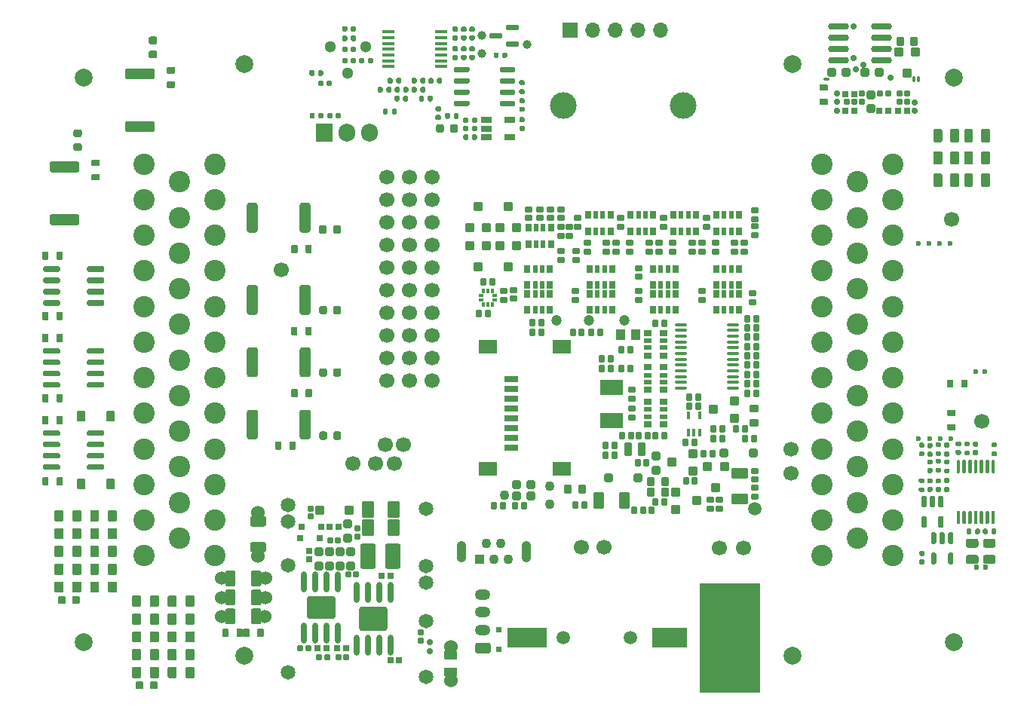
<source format=gbs>
G75*
G70*
%OFA0B0*%
%FSLAX25Y25*%
%IPPOS*%
%LPD*%
%AMOC8*
5,1,8,0,0,1.08239X$1,22.5*
%
%AMM111*
21,1,0.029130,0.018900,-0.000000,-0.000000,0.000000*
21,1,0.018900,0.029130,-0.000000,-0.000000,0.000000*
1,1,0.010240,0.009450,-0.009450*
1,1,0.010240,-0.009450,-0.009450*
1,1,0.010240,-0.009450,0.009450*
1,1,0.010240,0.009450,0.009450*
%
%AMM112*
21,1,0.025200,0.019680,-0.000000,-0.000000,90.000000*
21,1,0.015750,0.029130,-0.000000,-0.000000,90.000000*
1,1,0.009450,0.009840,0.007870*
1,1,0.009450,0.009840,-0.007870*
1,1,0.009450,-0.009840,-0.007870*
1,1,0.009450,-0.009840,0.007870*
%
%AMM113*
21,1,0.038980,0.026770,-0.000000,-0.000000,90.000000*
21,1,0.026770,0.038980,-0.000000,-0.000000,90.000000*
1,1,0.012210,0.013390,0.013390*
1,1,0.012210,0.013390,-0.013390*
1,1,0.012210,-0.013390,-0.013390*
1,1,0.012210,-0.013390,0.013390*
%
%AMM114*
21,1,0.025200,0.019680,-0.000000,-0.000000,180.000000*
21,1,0.015750,0.029130,-0.000000,-0.000000,180.000000*
1,1,0.009450,-0.007870,0.009840*
1,1,0.009450,0.007870,0.009840*
1,1,0.009450,0.007870,-0.009840*
1,1,0.009450,-0.007870,-0.009840*
%
%AMM189*
21,1,0.029530,0.026380,-0.000000,-0.000000,90.000000*
21,1,0.020470,0.035430,-0.000000,-0.000000,90.000000*
1,1,0.009060,0.013190,0.010240*
1,1,0.009060,0.013190,-0.010240*
1,1,0.009060,-0.013190,-0.010240*
1,1,0.009060,-0.013190,0.010240*
%
%AMM190*
21,1,0.021650,0.027950,-0.000000,-0.000000,90.000000*
21,1,0.014170,0.035430,-0.000000,-0.000000,90.000000*
1,1,0.007480,0.013980,0.007090*
1,1,0.007480,0.013980,-0.007090*
1,1,0.007480,-0.013980,-0.007090*
1,1,0.007480,-0.013980,0.007090*
%
%AMM193*
21,1,0.031500,0.018900,-0.000000,-0.000000,270.000000*
21,1,0.022840,0.027560,-0.000000,-0.000000,270.000000*
1,1,0.008660,-0.009450,-0.011420*
1,1,0.008660,-0.009450,0.011420*
1,1,0.008660,0.009450,0.011420*
1,1,0.008660,0.009450,-0.011420*
%
%AMM195*
21,1,0.031500,0.018900,-0.000000,-0.000000,0.000000*
21,1,0.022840,0.027560,-0.000000,-0.000000,0.000000*
1,1,0.008660,0.011420,-0.009450*
1,1,0.008660,-0.011420,-0.009450*
1,1,0.008660,-0.011420,0.009450*
1,1,0.008660,0.011420,0.009450*
%
%AMM197*
21,1,0.039370,0.030320,-0.000000,-0.000000,90.000000*
21,1,0.028350,0.041340,-0.000000,-0.000000,90.000000*
1,1,0.011020,0.015160,0.014170*
1,1,0.011020,0.015160,-0.014170*
1,1,0.011020,-0.015160,-0.014170*
1,1,0.011020,-0.015160,0.014170*
%
%AMM20*
21,1,0.041340,0.026770,0.000000,0.000000,0.000000*
21,1,0.029130,0.038980,0.000000,0.000000,0.000000*
1,1,0.012210,0.014570,-0.013390*
1,1,0.012210,-0.014570,-0.013390*
1,1,0.012210,-0.014570,0.013390*
1,1,0.012210,0.014570,0.013390*
%
%AMM200*
21,1,0.031500,0.030710,-0.000000,-0.000000,180.000000*
21,1,0.022050,0.040160,-0.000000,-0.000000,180.000000*
1,1,0.009450,-0.011020,0.015350*
1,1,0.009450,0.011020,0.015350*
1,1,0.009450,0.011020,-0.015350*
1,1,0.009450,-0.011020,-0.015350*
%
%AMM21*
21,1,0.076380,0.036220,0.000000,0.000000,90.000000*
21,1,0.061810,0.050790,0.000000,0.000000,90.000000*
1,1,0.014570,0.018110,0.030910*
1,1,0.014570,0.018110,-0.030910*
1,1,0.014570,-0.018110,-0.030910*
1,1,0.014570,-0.018110,0.030910*
%
%AMM218*
21,1,0.037400,0.026770,-0.000000,-0.000000,270.000000*
21,1,0.026770,0.037400,-0.000000,-0.000000,270.000000*
1,1,0.010630,-0.013390,-0.013390*
1,1,0.010630,-0.013390,0.013390*
1,1,0.010630,0.013390,0.013390*
1,1,0.010630,0.013390,-0.013390*
%
%AMM219*
21,1,0.029530,0.026380,-0.000000,-0.000000,180.000000*
21,1,0.020470,0.035430,-0.000000,-0.000000,180.000000*
1,1,0.009060,-0.010240,0.013190*
1,1,0.009060,0.010240,0.013190*
1,1,0.009060,0.010240,-0.013190*
1,1,0.009060,-0.010240,-0.013190*
%
%AMM220*
21,1,0.021650,0.027950,-0.000000,-0.000000,180.000000*
21,1,0.014170,0.035430,-0.000000,-0.000000,180.000000*
1,1,0.007480,-0.007090,0.013980*
1,1,0.007480,0.007090,0.013980*
1,1,0.007480,0.007090,-0.013980*
1,1,0.007480,-0.007090,-0.013980*
%
%AMM221*
21,1,0.037400,0.026770,-0.000000,-0.000000,180.000000*
21,1,0.026770,0.037400,-0.000000,-0.000000,180.000000*
1,1,0.010630,-0.013390,0.013390*
1,1,0.010630,0.013390,0.013390*
1,1,0.010630,0.013390,-0.013390*
1,1,0.010630,-0.013390,-0.013390*
%
%AMM222*
21,1,0.082680,0.045670,-0.000000,-0.000000,0.000000*
21,1,0.067320,0.061020,-0.000000,-0.000000,0.000000*
1,1,0.015350,0.033660,-0.022840*
1,1,0.015350,-0.033660,-0.022840*
1,1,0.015350,-0.033660,0.022840*
1,1,0.015350,0.033660,0.022840*
%
%AMM223*
21,1,0.062990,0.020470,-0.000000,-0.000000,0.000000*
21,1,0.053940,0.029530,-0.000000,-0.000000,0.000000*
1,1,0.009060,0.026970,-0.010240*
1,1,0.009060,-0.026970,-0.010240*
1,1,0.009060,-0.026970,0.010240*
1,1,0.009060,0.026970,0.010240*
%
%AMM224*
21,1,0.039370,0.030320,-0.000000,-0.000000,0.000000*
21,1,0.028350,0.041340,-0.000000,-0.000000,0.000000*
1,1,0.011020,0.014170,-0.015160*
1,1,0.011020,-0.014170,-0.015160*
1,1,0.011020,-0.014170,0.015160*
1,1,0.011020,0.014170,0.015160*
%
%AMM225*
21,1,0.016540,0.028980,-0.000000,-0.000000,0.000000*
21,1,0.010080,0.035430,-0.000000,-0.000000,0.000000*
1,1,0.006460,0.005040,-0.014490*
1,1,0.006460,-0.005040,-0.014490*
1,1,0.006460,-0.005040,0.014490*
1,1,0.006460,0.005040,0.014490*
%
%AMM226*
21,1,0.074800,0.036220,-0.000000,-0.000000,180.000000*
21,1,0.061810,0.049210,-0.000000,-0.000000,180.000000*
1,1,0.012990,-0.030910,0.018110*
1,1,0.012990,0.030910,0.018110*
1,1,0.012990,0.030910,-0.018110*
1,1,0.012990,-0.030910,-0.018110*
%
%AMM227*
21,1,0.039760,0.026770,-0.000000,-0.000000,180.000000*
21,1,0.029130,0.037400,-0.000000,-0.000000,180.000000*
1,1,0.010630,-0.014570,0.013390*
1,1,0.010630,0.014570,0.013390*
1,1,0.010630,0.014570,-0.013390*
1,1,0.010630,-0.014570,-0.013390*
%
%AMM228*
21,1,0.031500,0.049610,-0.000000,-0.000000,180.000000*
21,1,0.022050,0.059060,-0.000000,-0.000000,180.000000*
1,1,0.009450,-0.011020,0.024800*
1,1,0.009450,0.011020,0.024800*
1,1,0.009450,0.011020,-0.024800*
1,1,0.009450,-0.011020,-0.024800*
%
%AMM229*
21,1,0.074800,0.036220,-0.000000,-0.000000,270.000000*
21,1,0.061810,0.049210,-0.000000,-0.000000,270.000000*
1,1,0.012990,-0.018110,-0.030910*
1,1,0.012990,-0.018110,0.030910*
1,1,0.012990,0.018110,0.030910*
1,1,0.012990,0.018110,-0.030910*
%
%AMM230*
21,1,0.031500,0.030710,-0.000000,-0.000000,270.000000*
21,1,0.022050,0.040160,-0.000000,-0.000000,270.000000*
1,1,0.009450,-0.015350,-0.011020*
1,1,0.009450,-0.015350,0.011020*
1,1,0.009450,0.015350,0.011020*
1,1,0.009450,0.015350,-0.011020*
%
%AMM24*
21,1,0.029130,0.018900,0.000000,0.000000,90.000000*
21,1,0.018900,0.029130,0.000000,0.000000,90.000000*
1,1,0.010240,0.009450,0.009450*
1,1,0.010240,0.009450,-0.009450*
1,1,0.010240,-0.009450,-0.009450*
1,1,0.010240,-0.009450,0.009450*
%
%AMM242*
21,1,0.040950,0.030320,-0.000000,0.000000,0.000000*
21,1,0.028350,0.042910,-0.000000,0.000000,0.000000*
1,1,0.012600,0.014170,0.015160*
1,1,0.012600,-0.014170,0.015160*
1,1,0.012600,-0.014170,-0.015160*
1,1,0.012600,0.014170,-0.015160*
%
%AMM243*
21,1,0.038980,0.026770,-0.000000,0.000000,180.000000*
21,1,0.026770,0.038980,-0.000000,0.000000,180.000000*
1,1,0.012210,-0.013390,-0.013390*
1,1,0.012210,0.013390,-0.013390*
1,1,0.012210,0.013390,0.013390*
1,1,0.012210,-0.013390,0.013390*
%
%AMM244*
21,1,0.033070,0.030710,-0.000000,0.000000,0.000000*
21,1,0.022050,0.041730,-0.000000,0.000000,0.000000*
1,1,0.011020,0.011020,0.015350*
1,1,0.011020,-0.011020,0.015350*
1,1,0.011020,-0.011020,-0.015350*
1,1,0.011020,0.011020,-0.015350*
%
%AMM25*
21,1,0.025200,0.019680,0.000000,0.000000,0.000000*
21,1,0.015750,0.029130,0.000000,0.000000,0.000000*
1,1,0.009450,0.007870,-0.009840*
1,1,0.009450,-0.007870,-0.009840*
1,1,0.009450,-0.007870,0.009840*
1,1,0.009450,0.007870,0.009840*
%
%AMM26*
21,1,0.025200,0.019680,0.000000,0.000000,270.000000*
21,1,0.015750,0.029130,0.000000,0.000000,270.000000*
1,1,0.009450,-0.009840,-0.007870*
1,1,0.009450,-0.009840,0.007870*
1,1,0.009450,0.009840,0.007870*
1,1,0.009450,0.009840,-0.007870*
%
%AMM32*
21,1,0.111810,0.050390,0.000000,0.000000,90.000000*
21,1,0.093700,0.068500,0.000000,0.000000,90.000000*
1,1,0.018110,0.025200,0.046850*
1,1,0.018110,0.025200,-0.046850*
1,1,0.018110,-0.025200,-0.046850*
1,1,0.018110,-0.025200,0.046850*
%
%AMM33*
21,1,0.038980,0.026770,0.000000,0.000000,270.000000*
21,1,0.026770,0.038980,0.000000,0.000000,270.000000*
1,1,0.012210,-0.013390,-0.013390*
1,1,0.012210,-0.013390,0.013390*
1,1,0.012210,0.013390,0.013390*
1,1,0.012210,0.013390,-0.013390*
%
%AMM34*
21,1,0.029130,0.018900,0.000000,0.000000,180.000000*
21,1,0.018900,0.029130,0.000000,0.000000,180.000000*
1,1,0.010240,-0.009450,0.009450*
1,1,0.010240,0.009450,0.009450*
1,1,0.010240,0.009450,-0.009450*
1,1,0.010240,-0.009450,-0.009450*
%
%AMM35*
21,1,0.127560,0.075590,0.000000,0.000000,180.000000*
21,1,0.103150,0.100000,0.000000,0.000000,180.000000*
1,1,0.024410,-0.051580,0.037800*
1,1,0.024410,0.051580,0.037800*
1,1,0.024410,0.051580,-0.037800*
1,1,0.024410,-0.051580,-0.037800*
%
%AMM36*
21,1,0.123620,0.083460,0.000000,0.000000,0.000000*
21,1,0.097240,0.109840,0.000000,0.000000,0.000000*
1,1,0.026380,0.048620,-0.041730*
1,1,0.026380,-0.048620,-0.041730*
1,1,0.026380,-0.048620,0.041730*
1,1,0.026380,0.048620,0.041730*
%
%ADD10C,0.06693*%
%ADD113M20*%
%ADD114M21*%
%ADD117M24*%
%ADD118M25*%
%ADD119M26*%
%ADD12C,0.11811*%
%ADD120C,0.02913*%
%ADD121C,0.06457*%
%ADD129M32*%
%ADD130M33*%
%ADD131M34*%
%ADD132O,0.02520X0.09213*%
%ADD133M35*%
%ADD134M36*%
%ADD147C,0.05118*%
%ADD151R,0.07500X0.07874*%
%ADD152O,0.07500X0.07874*%
%ADD153C,0.03900*%
%ADD155R,0.05709X0.01772*%
%ADD156R,0.04803X0.02559*%
%ADD20C,0.02362*%
%ADD206C,0.04294*%
%ADD231R,0.01772X0.01870*%
%ADD233O,0.05354X0.01378*%
%ADD236R,0.09843X0.07087*%
%ADD237R,0.01870X0.01772*%
%ADD239R,0.04331X0.04724*%
%ADD246O,0.02520X0.01535*%
%ADD247O,0.01535X0.02520*%
%ADD249O,0.09213X0.02913*%
%ADD26R,0.04331X0.04331*%
%ADD269M111*%
%ADD27C,0.04331*%
%ADD270M112*%
%ADD271M113*%
%ADD272M114*%
%ADD28O,0.04331X0.09449*%
%ADD31C,0.09449*%
%ADD32C,0.05906*%
%ADD384M189*%
%ADD385M190*%
%ADD388M193*%
%ADD390M195*%
%ADD392M197*%
%ADD395M200*%
%ADD413M218*%
%ADD414M219*%
%ADD415M220*%
%ADD416M221*%
%ADD417M222*%
%ADD418M223*%
%ADD419M224*%
%ADD420M225*%
%ADD421M226*%
%ADD422M227*%
%ADD423M228*%
%ADD424M229*%
%ADD425M230*%
%ADD442M242*%
%ADD443M243*%
%ADD444M244*%
%ADD57R,0.06693X0.06693*%
%ADD58O,0.06693X0.06693*%
%ADD59O,0.06890X0.04724*%
%ADD60C,0.06000*%
%ADD66C,0.04724*%
%ADD67C,0.00472*%
%ADD68C,0.07874*%
%ADD80R,0.17323X0.09055*%
%ADD81R,0.15748X0.09055*%
%ADD85O,0.01969X0.00984*%
%ADD87O,0.00984X0.01969*%
X0000000Y0000000D02*
%LPD*%
G01*
D67*
X0320669Y0004468D02*
X0294291Y0004468D01*
X0294291Y0052500D01*
X0320669Y0052500D01*
X0320669Y0004468D01*
G36*
X0320669Y0004468D02*
G01*
X0294291Y0004468D01*
X0294291Y0052500D01*
X0320669Y0052500D01*
X0320669Y0004468D01*
G37*
D12*
X0233878Y0264035D03*
D10*
X0109429Y0191161D03*
X0140886Y0105728D03*
X0302894Y0068445D03*
X0419114Y0124271D03*
X0151161Y0105728D03*
X0242146Y0068484D03*
D20*
X0400610Y0116574D03*
X0405335Y0116574D03*
X0395886Y0116574D03*
X0391161Y0116574D03*
X0416594Y0059783D03*
X0420531Y0059783D03*
D10*
X0155335Y0113956D03*
D26*
X0196949Y0063307D03*
D27*
X0200098Y0070196D03*
X0203248Y0063307D03*
X0206398Y0070196D03*
X0209547Y0063307D03*
D28*
X0188878Y0066752D03*
X0217618Y0066752D03*
D20*
X0355177Y0261791D03*
X0355177Y0265531D03*
X0355177Y0269271D03*
X0389429Y0265334D03*
X0389429Y0261791D03*
D10*
X0163524Y0113956D03*
D68*
X0335335Y0282145D03*
X0406594Y0276240D03*
X0406594Y0026633D03*
X0335335Y0020728D03*
D31*
X0379823Y0238051D03*
X0379823Y0222303D03*
X0379823Y0206555D03*
X0379823Y0190807D03*
X0379823Y0175059D03*
X0379823Y0159311D03*
X0379823Y0143563D03*
X0379823Y0127815D03*
X0379823Y0112067D03*
X0379823Y0096319D03*
X0379823Y0080570D03*
X0379823Y0064822D03*
X0364075Y0230177D03*
X0364075Y0214429D03*
X0364075Y0198681D03*
X0364075Y0182933D03*
X0364075Y0167185D03*
X0364075Y0151437D03*
X0364075Y0135689D03*
X0364075Y0119941D03*
X0364075Y0104193D03*
X0364075Y0088445D03*
X0364075Y0072696D03*
X0348327Y0238051D03*
X0348327Y0222303D03*
X0348327Y0206555D03*
X0348327Y0190807D03*
X0348327Y0175059D03*
X0348327Y0159311D03*
X0348327Y0143563D03*
X0348327Y0127815D03*
X0348327Y0112067D03*
X0348327Y0096319D03*
X0348327Y0080570D03*
X0348327Y0064822D03*
D32*
X0173386Y0085630D03*
X0173386Y0060433D03*
X0173386Y0052952D03*
X0173386Y0036023D03*
D20*
X0175157Y0026574D03*
X0175157Y0022637D03*
D32*
X0173386Y0011417D03*
X0112362Y0087401D03*
X0112362Y0080118D03*
X0112362Y0060630D03*
X0112362Y0013189D03*
D10*
X0405650Y0213681D03*
X0334744Y0112106D03*
D12*
X0287028Y0264035D03*
D10*
X0156004Y0142382D03*
X0156004Y0152382D03*
X0156004Y0162382D03*
X0156004Y0172382D03*
X0156004Y0182382D03*
X0166004Y0142382D03*
X0166004Y0152382D03*
X0166004Y0162382D03*
X0166004Y0172382D03*
X0166004Y0182382D03*
X0176004Y0142382D03*
X0176004Y0152382D03*
X0176004Y0162382D03*
X0176004Y0172382D03*
X0176004Y0182382D03*
X0251988Y0068484D03*
X0313839Y0068445D03*
D57*
X0236909Y0297185D03*
D58*
X0246909Y0297185D03*
X0256909Y0297185D03*
X0266909Y0297185D03*
X0276909Y0297185D03*
D20*
X0400433Y0203051D03*
X0405157Y0203051D03*
X0395709Y0203051D03*
X0390984Y0203051D03*
X0416417Y0146259D03*
X0420354Y0146259D03*
G36*
G01*
X0200984Y0021673D02*
X0196063Y0021673D01*
G75*
G02*
X0195079Y0022657I0000000J0000984D01*
G01*
X0195079Y0025413D01*
G75*
G02*
X0196063Y0026397I0000984J0000000D01*
G01*
X0200984Y0026397D01*
G75*
G02*
X0201969Y0025413I0000000J-000984D01*
G01*
X0201969Y0022657D01*
G75*
G02*
X0200984Y0021673I-000984J0000000D01*
G01*
G37*
D59*
X0198524Y0031909D03*
X0198524Y0039783D03*
X0198524Y0047657D03*
D10*
X0159469Y0105728D03*
D68*
X0093130Y0020728D03*
X0021870Y0026633D03*
X0021870Y0276240D03*
X0093130Y0282145D03*
D31*
X0048642Y0064822D03*
X0048642Y0080570D03*
X0048642Y0096319D03*
X0048642Y0112067D03*
X0048642Y0127815D03*
X0048642Y0143563D03*
X0048642Y0159311D03*
X0048642Y0175059D03*
X0048642Y0190807D03*
X0048642Y0206555D03*
X0048642Y0222303D03*
X0048642Y0238051D03*
X0064390Y0072696D03*
X0064390Y0088445D03*
X0064390Y0104193D03*
X0064390Y0119941D03*
X0064390Y0135689D03*
X0064390Y0151437D03*
X0064390Y0167185D03*
X0064390Y0182933D03*
X0064390Y0198681D03*
X0064390Y0214429D03*
X0064390Y0230177D03*
X0080138Y0064822D03*
X0080138Y0080570D03*
X0080138Y0096319D03*
X0080138Y0112067D03*
X0080138Y0127815D03*
X0080138Y0143563D03*
X0080138Y0159311D03*
X0080138Y0175059D03*
X0080138Y0190807D03*
X0080138Y0206555D03*
X0080138Y0222303D03*
X0080138Y0238051D03*
D10*
X0334744Y0101161D03*
X0156004Y0192382D03*
X0156004Y0202382D03*
X0156004Y0212382D03*
X0156004Y0222382D03*
X0156004Y0232382D03*
X0166004Y0192382D03*
X0166004Y0202382D03*
X0166004Y0212382D03*
X0166004Y0222382D03*
X0166004Y0232382D03*
X0176004Y0192382D03*
X0176004Y0202382D03*
X0176004Y0212382D03*
X0176004Y0222382D03*
X0176004Y0232382D03*
G36*
G01*
X0409036Y0253070D02*
X0409036Y0248149D01*
G75*
G02*
X0408642Y0247756I-000394J0000000D01*
G01*
X0405492Y0247756D01*
G75*
G02*
X0405099Y0248149I0000000J0000394D01*
G01*
X0405099Y0253070D01*
G75*
G02*
X0405492Y0253464I0000394J0000000D01*
G01*
X0408642Y0253464D01*
G75*
G02*
X0409036Y0253070I0000000J-000394D01*
G01*
G37*
G36*
G01*
X0401555Y0253070D02*
X0401555Y0248149D01*
G75*
G02*
X0401161Y0247756I-000394J0000000D01*
G01*
X0398012Y0247756D01*
G75*
G02*
X0397618Y0248149I0000000J0000394D01*
G01*
X0397618Y0253070D01*
G75*
G02*
X0398012Y0253464I0000394J0000000D01*
G01*
X0401161Y0253464D01*
G75*
G02*
X0401555Y0253070I0000000J-000394D01*
G01*
G37*
G36*
G01*
X0010669Y0043897D02*
X0010669Y0046574D01*
G75*
G02*
X0011004Y0046909I0000335J0000000D01*
G01*
X0013681Y0046909D01*
G75*
G02*
X0014016Y0046574I0000000J-000335D01*
G01*
X0014016Y0043897D01*
G75*
G02*
X0013681Y0043563I-000335J0000000D01*
G01*
X0011004Y0043563D01*
G75*
G02*
X0010669Y0043897I0000000J0000335D01*
G01*
G37*
G36*
G01*
X0016890Y0043897D02*
X0016890Y0046574D01*
G75*
G02*
X0017224Y0046909I0000335J0000000D01*
G01*
X0019902Y0046909D01*
G75*
G02*
X0020236Y0046574I0000000J-000335D01*
G01*
X0020236Y0043897D01*
G75*
G02*
X0019902Y0043563I-000335J0000000D01*
G01*
X0017224Y0043563D01*
G75*
G02*
X0016890Y0043897I0000000J0000335D01*
G01*
G37*
G36*
G01*
X0409036Y0243228D02*
X0409036Y0238307D01*
G75*
G02*
X0408642Y0237913I-000394J0000000D01*
G01*
X0405492Y0237913D01*
G75*
G02*
X0405099Y0238307I0000000J0000394D01*
G01*
X0405099Y0243228D01*
G75*
G02*
X0405492Y0243622I0000394J0000000D01*
G01*
X0408642Y0243622D01*
G75*
G02*
X0409036Y0243228I0000000J-000394D01*
G01*
G37*
G36*
G01*
X0401555Y0243228D02*
X0401555Y0238307D01*
G75*
G02*
X0401161Y0237913I-000394J0000000D01*
G01*
X0398012Y0237913D01*
G75*
G02*
X0397618Y0238307I0000000J0000394D01*
G01*
X0397618Y0243228D01*
G75*
G02*
X0398012Y0243622I0000394J0000000D01*
G01*
X0401161Y0243622D01*
G75*
G02*
X0401555Y0243228I0000000J-000394D01*
G01*
G37*
G36*
G01*
X0071004Y0046771D02*
X0071004Y0042637D01*
G75*
G02*
X0070610Y0042244I-000394J0000000D01*
G01*
X0067461Y0042244D01*
G75*
G02*
X0067067Y0042637I0000000J0000394D01*
G01*
X0067067Y0046771D01*
G75*
G02*
X0067461Y0047165I0000394J0000000D01*
G01*
X0070610Y0047165D01*
G75*
G02*
X0071004Y0046771I0000000J-000394D01*
G01*
G37*
G36*
G01*
X0063130Y0046771D02*
X0063130Y0042637D01*
G75*
G02*
X0062736Y0042244I-000394J0000000D01*
G01*
X0059587Y0042244D01*
G75*
G02*
X0059193Y0042637I0000000J0000394D01*
G01*
X0059193Y0046771D01*
G75*
G02*
X0059587Y0047165I0000394J0000000D01*
G01*
X0062736Y0047165D01*
G75*
G02*
X0063130Y0046771I0000000J-000394D01*
G01*
G37*
G36*
G01*
X0122835Y0202008D02*
X0122835Y0198937D01*
G75*
G02*
X0122559Y0198661I-000276J0000000D01*
G01*
X0120354Y0198661D01*
G75*
G02*
X0120079Y0198937I0000000J0000276D01*
G01*
X0120079Y0202008D01*
G75*
G02*
X0120354Y0202283I0000276J0000000D01*
G01*
X0122559Y0202283D01*
G75*
G02*
X0122835Y0202008I0000000J-000276D01*
G01*
G37*
G36*
G01*
X0116535Y0202008D02*
X0116535Y0198937D01*
G75*
G02*
X0116260Y0198661I-000276J0000000D01*
G01*
X0114055Y0198661D01*
G75*
G02*
X0113780Y0198937I0000000J0000276D01*
G01*
X0113780Y0202008D01*
G75*
G02*
X0114055Y0202283I0000276J0000000D01*
G01*
X0116260Y0202283D01*
G75*
G02*
X0116535Y0202008I0000000J-000276D01*
G01*
G37*
G36*
G01*
X0019134Y0094547D02*
X0019134Y0098563D01*
G75*
G02*
X0019488Y0098917I0000354J0000000D01*
G01*
X0022323Y0098917D01*
G75*
G02*
X0022677Y0098563I0000000J-000354D01*
G01*
X0022677Y0094547D01*
G75*
G02*
X0022323Y0094193I-000354J0000000D01*
G01*
X0019488Y0094193D01*
G75*
G02*
X0019134Y0094547I0000000J0000354D01*
G01*
G37*
G36*
G01*
X0032126Y0094547D02*
X0032126Y0098563D01*
G75*
G02*
X0032480Y0098917I0000354J0000000D01*
G01*
X0035315Y0098917D01*
G75*
G02*
X0035669Y0098563I0000000J-000354D01*
G01*
X0035669Y0094547D01*
G75*
G02*
X0035315Y0094193I-000354J0000000D01*
G01*
X0032480Y0094193D01*
G75*
G02*
X0032126Y0094547I0000000J0000354D01*
G01*
G37*
D32*
X0234075Y0028563D03*
X0263602Y0028563D03*
D80*
X0217933Y0028563D03*
D81*
X0280925Y0028563D03*
G36*
G01*
X0122815Y0165767D02*
X0122815Y0162696D01*
G75*
G02*
X0122539Y0162421I-000276J0000000D01*
G01*
X0120335Y0162421D01*
G75*
G02*
X0120059Y0162696I0000000J0000276D01*
G01*
X0120059Y0165767D01*
G75*
G02*
X0120335Y0166043I0000276J0000000D01*
G01*
X0122539Y0166043D01*
G75*
G02*
X0122815Y0165767I0000000J-000276D01*
G01*
G37*
G36*
G01*
X0116516Y0165767D02*
X0116516Y0162696D01*
G75*
G02*
X0116240Y0162421I-000276J0000000D01*
G01*
X0114035Y0162421D01*
G75*
G02*
X0113760Y0162696I0000000J0000276D01*
G01*
X0113760Y0165767D01*
G75*
G02*
X0114035Y0166043I0000276J0000000D01*
G01*
X0116240Y0166043D01*
G75*
G02*
X0116516Y0165767I0000000J-000276D01*
G01*
G37*
G36*
G01*
X0122343Y0156043D02*
X0122343Y0144822D01*
G75*
G02*
X0121358Y0143838I-000984J0000000D01*
G01*
X0118504Y0143838D01*
G75*
G02*
X0117520Y0144822I0000000J0000984D01*
G01*
X0117520Y0156043D01*
G75*
G02*
X0118504Y0157027I0000984J0000000D01*
G01*
X0121358Y0157027D01*
G75*
G02*
X0122343Y0156043I0000000J-000984D01*
G01*
G37*
G36*
G01*
X0099016Y0156043D02*
X0099016Y0144822D01*
G75*
G02*
X0098031Y0143838I-000984J0000000D01*
G01*
X0095177Y0143838D01*
G75*
G02*
X0094193Y0144822I0000000J0000984D01*
G01*
X0094193Y0156043D01*
G75*
G02*
X0095177Y0157027I0000984J0000000D01*
G01*
X0098031Y0157027D01*
G75*
G02*
X0099016Y0156043I0000000J-000984D01*
G01*
G37*
G36*
G01*
X0071004Y0023149D02*
X0071004Y0019015D01*
G75*
G02*
X0070610Y0018622I-000394J0000000D01*
G01*
X0067461Y0018622D01*
G75*
G02*
X0067067Y0019015I0000000J0000394D01*
G01*
X0067067Y0023149D01*
G75*
G02*
X0067461Y0023543I0000394J0000000D01*
G01*
X0070610Y0023543D01*
G75*
G02*
X0071004Y0023149I0000000J-000394D01*
G01*
G37*
G36*
G01*
X0063130Y0023149D02*
X0063130Y0019015D01*
G75*
G02*
X0062736Y0018622I-000394J0000000D01*
G01*
X0059587Y0018622D01*
G75*
G02*
X0059193Y0019015I0000000J0000394D01*
G01*
X0059193Y0023149D01*
G75*
G02*
X0059587Y0023543I0000394J0000000D01*
G01*
X0062736Y0023543D01*
G75*
G02*
X0063130Y0023149I0000000J-000394D01*
G01*
G37*
G36*
G01*
X0053627Y0284803D02*
X0051609Y0284803D01*
G75*
G02*
X0050748Y0285664I0000000J0000861D01*
G01*
X0050748Y0287386D01*
G75*
G02*
X0051609Y0288248I0000861J0000000D01*
G01*
X0053627Y0288248D01*
G75*
G02*
X0054488Y0287386I0000000J-000861D01*
G01*
X0054488Y0285664D01*
G75*
G02*
X0053627Y0284803I-000861J0000000D01*
G01*
G37*
G36*
G01*
X0053627Y0291004D02*
X0051609Y0291004D01*
G75*
G02*
X0050748Y0291865I0000000J0000861D01*
G01*
X0050748Y0293587D01*
G75*
G02*
X0051609Y0294448I0000861J0000000D01*
G01*
X0053627Y0294448D01*
G75*
G02*
X0054488Y0293587I0000000J-000861D01*
G01*
X0054488Y0291865D01*
G75*
G02*
X0053627Y0291004I-000861J0000000D01*
G01*
G37*
G36*
G01*
X0003681Y0196043D02*
X0003681Y0199114D01*
G75*
G02*
X0003957Y0199389I0000276J0000000D01*
G01*
X0006161Y0199389D01*
G75*
G02*
X0006437Y0199114I0000000J-000276D01*
G01*
X0006437Y0196043D01*
G75*
G02*
X0006161Y0195767I-000276J0000000D01*
G01*
X0003957Y0195767D01*
G75*
G02*
X0003681Y0196043I0000000J0000276D01*
G01*
G37*
G36*
G01*
X0009980Y0196043D02*
X0009980Y0199114D01*
G75*
G02*
X0010256Y0199389I0000276J0000000D01*
G01*
X0012461Y0199389D01*
G75*
G02*
X0012736Y0199114I0000000J-000276D01*
G01*
X0012736Y0196043D01*
G75*
G02*
X0012461Y0195767I-000276J0000000D01*
G01*
X0010256Y0195767D01*
G75*
G02*
X0009980Y0196043I0000000J0000276D01*
G01*
G37*
G36*
G01*
X0403720Y0139429D02*
X0403720Y0142500D01*
G75*
G02*
X0403996Y0142775I0000276J0000000D01*
G01*
X0406201Y0142775D01*
G75*
G02*
X0406476Y0142500I0000000J-000276D01*
G01*
X0406476Y0139429D01*
G75*
G02*
X0406201Y0139153I-000276J0000000D01*
G01*
X0403996Y0139153D01*
G75*
G02*
X0403720Y0139429I0000000J0000276D01*
G01*
G37*
G36*
G01*
X0410020Y0139429D02*
X0410020Y0142500D01*
G75*
G02*
X0410295Y0142775I0000276J0000000D01*
G01*
X0412500Y0142775D01*
G75*
G02*
X0412776Y0142500I0000000J-000276D01*
G01*
X0412776Y0139429D01*
G75*
G02*
X0412500Y0139153I-000276J0000000D01*
G01*
X0410295Y0139153D01*
G75*
G02*
X0410020Y0139429I0000000J0000276D01*
G01*
G37*
G36*
G01*
X0126122Y0144857D02*
X0126122Y0146875D01*
G75*
G02*
X0126983Y0147736I0000861J0000000D01*
G01*
X0128706Y0147736D01*
G75*
G02*
X0129567Y0146875I0000000J-000861D01*
G01*
X0129567Y0144857D01*
G75*
G02*
X0128706Y0143996I-000861J0000000D01*
G01*
X0126983Y0143996D01*
G75*
G02*
X0126122Y0144857I0000000J0000861D01*
G01*
G37*
G36*
G01*
X0132323Y0144857D02*
X0132323Y0146875D01*
G75*
G02*
X0133184Y0147736I0000861J0000000D01*
G01*
X0134906Y0147736D01*
G75*
G02*
X0135768Y0146875I0000000J-000861D01*
G01*
X0135768Y0144857D01*
G75*
G02*
X0134906Y0143996I-000861J0000000D01*
G01*
X0133184Y0143996D01*
G75*
G02*
X0132323Y0144857I0000000J0000861D01*
G01*
G37*
G36*
G01*
X0009114Y0072539D02*
X0009114Y0076673D01*
G75*
G02*
X0009508Y0077067I0000394J0000000D01*
G01*
X0012657Y0077067D01*
G75*
G02*
X0013051Y0076673I0000000J-000394D01*
G01*
X0013051Y0072539D01*
G75*
G02*
X0012657Y0072145I-000394J0000000D01*
G01*
X0009508Y0072145D01*
G75*
G02*
X0009114Y0072539I0000000J0000394D01*
G01*
G37*
G36*
G01*
X0016988Y0072539D02*
X0016988Y0076673D01*
G75*
G02*
X0017382Y0077067I0000394J0000000D01*
G01*
X0020531Y0077067D01*
G75*
G02*
X0020925Y0076673I0000000J-000394D01*
G01*
X0020925Y0072539D01*
G75*
G02*
X0020531Y0072145I-000394J0000000D01*
G01*
X0017382Y0072145D01*
G75*
G02*
X0016988Y0072539I0000000J0000394D01*
G01*
G37*
G36*
G01*
X0043445Y0026889D02*
X0043445Y0031023D01*
G75*
G02*
X0043839Y0031417I0000394J0000000D01*
G01*
X0046988Y0031417D01*
G75*
G02*
X0047382Y0031023I0000000J-000394D01*
G01*
X0047382Y0026889D01*
G75*
G02*
X0046988Y0026496I-000394J0000000D01*
G01*
X0043839Y0026496D01*
G75*
G02*
X0043445Y0026889I0000000J0000394D01*
G01*
G37*
G36*
G01*
X0051319Y0026889D02*
X0051319Y0031023D01*
G75*
G02*
X0051713Y0031417I0000394J0000000D01*
G01*
X0054862Y0031417D01*
G75*
G02*
X0055256Y0031023I0000000J-000394D01*
G01*
X0055256Y0026889D01*
G75*
G02*
X0054862Y0026496I-000394J0000000D01*
G01*
X0051713Y0026496D01*
G75*
G02*
X0051319Y0026889I0000000J0000394D01*
G01*
G37*
G36*
G01*
X0036673Y0084547D02*
X0036673Y0080413D01*
G75*
G02*
X0036280Y0080019I-000394J0000000D01*
G01*
X0033130Y0080019D01*
G75*
G02*
X0032736Y0080413I0000000J0000394D01*
G01*
X0032736Y0084547D01*
G75*
G02*
X0033130Y0084941I0000394J0000000D01*
G01*
X0036280Y0084941D01*
G75*
G02*
X0036673Y0084547I0000000J-000394D01*
G01*
G37*
G36*
G01*
X0028799Y0084547D02*
X0028799Y0080413D01*
G75*
G02*
X0028406Y0080019I-000394J0000000D01*
G01*
X0025256Y0080019D01*
G75*
G02*
X0024862Y0080413I0000000J0000394D01*
G01*
X0024862Y0084547D01*
G75*
G02*
X0025256Y0084941I0000394J0000000D01*
G01*
X0028406Y0084941D01*
G75*
G02*
X0028799Y0084547I0000000J-000394D01*
G01*
G37*
G36*
G01*
X0043445Y0011141D02*
X0043445Y0015275D01*
G75*
G02*
X0043839Y0015669I0000394J0000000D01*
G01*
X0046988Y0015669D01*
G75*
G02*
X0047382Y0015275I0000000J-000394D01*
G01*
X0047382Y0011141D01*
G75*
G02*
X0046988Y0010748I-000394J0000000D01*
G01*
X0043839Y0010748D01*
G75*
G02*
X0043445Y0011141I0000000J0000394D01*
G01*
G37*
G36*
G01*
X0051319Y0011141D02*
X0051319Y0015275D01*
G75*
G02*
X0051713Y0015669I0000394J0000000D01*
G01*
X0054862Y0015669D01*
G75*
G02*
X0055256Y0015275I0000000J-000394D01*
G01*
X0055256Y0011141D01*
G75*
G02*
X0054862Y0010748I-000394J0000000D01*
G01*
X0051713Y0010748D01*
G75*
G02*
X0051319Y0011141I0000000J0000394D01*
G01*
G37*
G36*
G01*
X0003957Y0176023D02*
X0003957Y0177204D01*
G75*
G02*
X0004547Y0177795I0000591J0000000D01*
G01*
X0011043Y0177795D01*
G75*
G02*
X0011634Y0177204I0000000J-000591D01*
G01*
X0011634Y0176023D01*
G75*
G02*
X0011043Y0175433I-000591J0000000D01*
G01*
X0004547Y0175433D01*
G75*
G02*
X0003957Y0176023I0000000J0000591D01*
G01*
G37*
G36*
G01*
X0003957Y0181023D02*
X0003957Y0182204D01*
G75*
G02*
X0004547Y0182795I0000591J0000000D01*
G01*
X0011043Y0182795D01*
G75*
G02*
X0011634Y0182204I0000000J-000591D01*
G01*
X0011634Y0181023D01*
G75*
G02*
X0011043Y0180433I-000591J0000000D01*
G01*
X0004547Y0180433D01*
G75*
G02*
X0003957Y0181023I0000000J0000591D01*
G01*
G37*
G36*
G01*
X0003957Y0186023D02*
X0003957Y0187204D01*
G75*
G02*
X0004547Y0187795I0000591J0000000D01*
G01*
X0011043Y0187795D01*
G75*
G02*
X0011634Y0187204I0000000J-000591D01*
G01*
X0011634Y0186023D01*
G75*
G02*
X0011043Y0185433I-000591J0000000D01*
G01*
X0004547Y0185433D01*
G75*
G02*
X0003957Y0186023I0000000J0000591D01*
G01*
G37*
G36*
G01*
X0003957Y0191023D02*
X0003957Y0192204D01*
G75*
G02*
X0004547Y0192795I0000591J0000000D01*
G01*
X0011043Y0192795D01*
G75*
G02*
X0011634Y0192204I0000000J-000591D01*
G01*
X0011634Y0191023D01*
G75*
G02*
X0011043Y0190433I-000591J0000000D01*
G01*
X0004547Y0190433D01*
G75*
G02*
X0003957Y0191023I0000000J0000591D01*
G01*
G37*
G36*
G01*
X0023445Y0191023D02*
X0023445Y0192204D01*
G75*
G02*
X0024035Y0192795I0000591J0000000D01*
G01*
X0030531Y0192795D01*
G75*
G02*
X0031122Y0192204I0000000J-000591D01*
G01*
X0031122Y0191023D01*
G75*
G02*
X0030531Y0190433I-000591J0000000D01*
G01*
X0024035Y0190433D01*
G75*
G02*
X0023445Y0191023I0000000J0000591D01*
G01*
G37*
G36*
G01*
X0023445Y0186023D02*
X0023445Y0187204D01*
G75*
G02*
X0024035Y0187795I0000591J0000000D01*
G01*
X0030531Y0187795D01*
G75*
G02*
X0031122Y0187204I0000000J-000591D01*
G01*
X0031122Y0186023D01*
G75*
G02*
X0030531Y0185433I-000591J0000000D01*
G01*
X0024035Y0185433D01*
G75*
G02*
X0023445Y0186023I0000000J0000591D01*
G01*
G37*
G36*
G01*
X0023445Y0181023D02*
X0023445Y0182204D01*
G75*
G02*
X0024035Y0182795I0000591J0000000D01*
G01*
X0030531Y0182795D01*
G75*
G02*
X0031122Y0182204I0000000J-000591D01*
G01*
X0031122Y0181023D01*
G75*
G02*
X0030531Y0180433I-000591J0000000D01*
G01*
X0024035Y0180433D01*
G75*
G02*
X0023445Y0181023I0000000J0000591D01*
G01*
G37*
G36*
G01*
X0023445Y0176023D02*
X0023445Y0177204D01*
G75*
G02*
X0024035Y0177795I0000591J0000000D01*
G01*
X0030531Y0177795D01*
G75*
G02*
X0031122Y0177204I0000000J-000591D01*
G01*
X0031122Y0176023D01*
G75*
G02*
X0030531Y0175433I-000591J0000000D01*
G01*
X0024035Y0175433D01*
G75*
G02*
X0023445Y0176023I0000000J0000591D01*
G01*
G37*
D60*
X0102185Y0038011D03*
G36*
G01*
X0099606Y0034468D02*
X0096890Y0034468D01*
G75*
G02*
X0095984Y0035374I0000000J0000906D01*
G01*
X0095984Y0040649D01*
G75*
G02*
X0096890Y0041555I0000906J0000000D01*
G01*
X0099606Y0041555D01*
G75*
G02*
X0100512Y0040649I0000000J-000906D01*
G01*
X0100512Y0035374D01*
G75*
G02*
X0099606Y0034468I-000906J0000000D01*
G01*
G37*
G36*
G01*
X0088189Y0034468D02*
X0085472Y0034468D01*
G75*
G02*
X0084567Y0035374I0000000J0000906D01*
G01*
X0084567Y0040649D01*
G75*
G02*
X0085472Y0041555I0000906J0000000D01*
G01*
X0088189Y0041555D01*
G75*
G02*
X0089094Y0040649I0000000J-000906D01*
G01*
X0089094Y0035374D01*
G75*
G02*
X0088189Y0034468I-000906J0000000D01*
G01*
G37*
X0082894Y0038011D03*
G36*
G01*
X0422618Y0253070D02*
X0422618Y0248149D01*
G75*
G02*
X0422224Y0247756I-000394J0000000D01*
G01*
X0419075Y0247756D01*
G75*
G02*
X0418681Y0248149I0000000J0000394D01*
G01*
X0418681Y0253070D01*
G75*
G02*
X0419075Y0253464I0000394J0000000D01*
G01*
X0422224Y0253464D01*
G75*
G02*
X0422618Y0253070I0000000J-000394D01*
G01*
G37*
G36*
G01*
X0415138Y0253070D02*
X0415138Y0248149D01*
G75*
G02*
X0414744Y0247756I-000394J0000000D01*
G01*
X0411594Y0247756D01*
G75*
G02*
X0411201Y0248149I0000000J0000394D01*
G01*
X0411201Y0253070D01*
G75*
G02*
X0411594Y0253464I0000394J0000000D01*
G01*
X0414744Y0253464D01*
G75*
G02*
X0415138Y0253070I0000000J-000394D01*
G01*
G37*
G36*
G01*
X0122874Y0138228D02*
X0122874Y0135157D01*
G75*
G02*
X0122598Y0134882I-000276J0000000D01*
G01*
X0120394Y0134882D01*
G75*
G02*
X0120118Y0135157I0000000J0000276D01*
G01*
X0120118Y0138228D01*
G75*
G02*
X0120394Y0138504I0000276J0000000D01*
G01*
X0122598Y0138504D01*
G75*
G02*
X0122874Y0138228I0000000J-000276D01*
G01*
G37*
G36*
G01*
X0116575Y0138228D02*
X0116575Y0135157D01*
G75*
G02*
X0116299Y0134882I-000276J0000000D01*
G01*
X0114094Y0134882D01*
G75*
G02*
X0113819Y0135157I0000000J0000276D01*
G01*
X0113819Y0138228D01*
G75*
G02*
X0114094Y0138504I0000276J0000000D01*
G01*
X0116299Y0138504D01*
G75*
G02*
X0116575Y0138228I0000000J-000276D01*
G01*
G37*
G36*
G01*
X0045079Y0006122D02*
X0045079Y0008799D01*
G75*
G02*
X0045413Y0009133I0000335J0000000D01*
G01*
X0048091Y0009133D01*
G75*
G02*
X0048425Y0008799I0000000J-000335D01*
G01*
X0048425Y0006122D01*
G75*
G02*
X0048091Y0005787I-000335J0000000D01*
G01*
X0045413Y0005787D01*
G75*
G02*
X0045079Y0006122I0000000J0000335D01*
G01*
G37*
G36*
G01*
X0051299Y0006122D02*
X0051299Y0008799D01*
G75*
G02*
X0051634Y0009133I0000335J0000000D01*
G01*
X0054311Y0009133D01*
G75*
G02*
X0054646Y0008799I0000000J-000335D01*
G01*
X0054646Y0006122D01*
G75*
G02*
X0054311Y0005787I-000335J0000000D01*
G01*
X0051634Y0005787D01*
G75*
G02*
X0051299Y0006122I0000000J0000335D01*
G01*
G37*
G36*
G01*
X0009114Y0048917D02*
X0009114Y0053051D01*
G75*
G02*
X0009508Y0053445I0000394J0000000D01*
G01*
X0012657Y0053445D01*
G75*
G02*
X0013051Y0053051I0000000J-000394D01*
G01*
X0013051Y0048917D01*
G75*
G02*
X0012657Y0048523I-000394J0000000D01*
G01*
X0009508Y0048523D01*
G75*
G02*
X0009114Y0048917I0000000J0000394D01*
G01*
G37*
G36*
G01*
X0016988Y0048917D02*
X0016988Y0053051D01*
G75*
G02*
X0017382Y0053445I0000394J0000000D01*
G01*
X0020531Y0053445D01*
G75*
G02*
X0020925Y0053051I0000000J-000394D01*
G01*
X0020925Y0048917D01*
G75*
G02*
X0020531Y0048523I-000394J0000000D01*
G01*
X0017382Y0048523D01*
G75*
G02*
X0016988Y0048917I0000000J0000394D01*
G01*
G37*
G36*
G01*
X0036673Y0053051D02*
X0036673Y0048917D01*
G75*
G02*
X0036280Y0048523I-000394J0000000D01*
G01*
X0033130Y0048523D01*
G75*
G02*
X0032736Y0048917I0000000J0000394D01*
G01*
X0032736Y0053051D01*
G75*
G02*
X0033130Y0053445I0000394J0000000D01*
G01*
X0036280Y0053445D01*
G75*
G02*
X0036673Y0053051I0000000J-000394D01*
G01*
G37*
G36*
G01*
X0028799Y0053051D02*
X0028799Y0048917D01*
G75*
G02*
X0028406Y0048523I-000394J0000000D01*
G01*
X0025256Y0048523D01*
G75*
G02*
X0024862Y0048917I0000000J0000394D01*
G01*
X0024862Y0053051D01*
G75*
G02*
X0025256Y0053445I0000394J0000000D01*
G01*
X0028406Y0053445D01*
G75*
G02*
X0028799Y0053051I0000000J-000394D01*
G01*
G37*
G36*
G01*
X0007933Y0239227D02*
X0019154Y0239227D01*
G75*
G02*
X0020138Y0238243I0000000J-000984D01*
G01*
X0020138Y0235388D01*
G75*
G02*
X0019154Y0234404I-000984J0000000D01*
G01*
X0007933Y0234404D01*
G75*
G02*
X0006949Y0235388I0000000J0000984D01*
G01*
X0006949Y0238243D01*
G75*
G02*
X0007933Y0239227I0000984J0000000D01*
G01*
G37*
G36*
G01*
X0007933Y0215900D02*
X0019154Y0215900D01*
G75*
G02*
X0020138Y0214916I0000000J-000984D01*
G01*
X0020138Y0212062D01*
G75*
G02*
X0019154Y0211077I-000984J0000000D01*
G01*
X0007933Y0211077D01*
G75*
G02*
X0006949Y0212062I0000000J0000984D01*
G01*
X0006949Y0214916D01*
G75*
G02*
X0007933Y0215900I0000984J0000000D01*
G01*
G37*
G36*
G01*
X0043445Y0034763D02*
X0043445Y0038897D01*
G75*
G02*
X0043839Y0039291I0000394J0000000D01*
G01*
X0046988Y0039291D01*
G75*
G02*
X0047382Y0038897I0000000J-000394D01*
G01*
X0047382Y0034763D01*
G75*
G02*
X0046988Y0034370I-000394J0000000D01*
G01*
X0043839Y0034370D01*
G75*
G02*
X0043445Y0034763I0000000J0000394D01*
G01*
G37*
G36*
G01*
X0051319Y0034763D02*
X0051319Y0038897D01*
G75*
G02*
X0051713Y0039291I0000394J0000000D01*
G01*
X0054862Y0039291D01*
G75*
G02*
X0055256Y0038897I0000000J-000394D01*
G01*
X0055256Y0034763D01*
G75*
G02*
X0054862Y0034370I-000394J0000000D01*
G01*
X0051713Y0034370D01*
G75*
G02*
X0051319Y0034763I0000000J0000394D01*
G01*
G37*
X0102224Y0046397D03*
G36*
G01*
X0099646Y0042854D02*
X0096929Y0042854D01*
G75*
G02*
X0096024Y0043759I0000000J0000906D01*
G01*
X0096024Y0049035D01*
G75*
G02*
X0096929Y0049941I0000906J0000000D01*
G01*
X0099646Y0049941D01*
G75*
G02*
X0100551Y0049035I0000000J-000906D01*
G01*
X0100551Y0043759D01*
G75*
G02*
X0099646Y0042854I-000906J0000000D01*
G01*
G37*
G36*
G01*
X0088228Y0042854D02*
X0085512Y0042854D01*
G75*
G02*
X0084606Y0043759I0000000J0000906D01*
G01*
X0084606Y0049035D01*
G75*
G02*
X0085512Y0049941I0000906J0000000D01*
G01*
X0088228Y0049941D01*
G75*
G02*
X0089134Y0049035I0000000J-000906D01*
G01*
X0089134Y0043759D01*
G75*
G02*
X0088228Y0042854I-000906J0000000D01*
G01*
G37*
X0082933Y0046397D03*
G36*
G01*
X0204390Y0031240D02*
X0204390Y0033130D01*
G75*
G02*
X0204626Y0033366I0000236J0000000D01*
G01*
X0206516Y0033366D01*
G75*
G02*
X0206752Y0033130I0000000J-000236D01*
G01*
X0206752Y0031240D01*
G75*
G02*
X0206516Y0031004I-000236J0000000D01*
G01*
X0204626Y0031004D01*
G75*
G02*
X0204390Y0031240I0000000J0000236D01*
G01*
G37*
G36*
G01*
X0204390Y0022578D02*
X0204390Y0024468D01*
G75*
G02*
X0204626Y0024704I0000236J0000000D01*
G01*
X0206516Y0024704D01*
G75*
G02*
X0206752Y0024468I0000000J-000236D01*
G01*
X0206752Y0022578D01*
G75*
G02*
X0206516Y0022342I-000236J0000000D01*
G01*
X0204626Y0022342D01*
G75*
G02*
X0204390Y0022578I0000000J0000236D01*
G01*
G37*
G36*
G01*
X0126181Y0172436D02*
X0126181Y0174453D01*
G75*
G02*
X0127042Y0175315I0000861J0000000D01*
G01*
X0128765Y0175315D01*
G75*
G02*
X0129626Y0174453I0000000J-000861D01*
G01*
X0129626Y0172436D01*
G75*
G02*
X0128765Y0171574I-000861J0000000D01*
G01*
X0127042Y0171574D01*
G75*
G02*
X0126181Y0172436I0000000J0000861D01*
G01*
G37*
G36*
G01*
X0132382Y0172436D02*
X0132382Y0174453D01*
G75*
G02*
X0133243Y0175315I0000861J0000000D01*
G01*
X0134966Y0175315D01*
G75*
G02*
X0135827Y0174453I0000000J-000861D01*
G01*
X0135827Y0172436D01*
G75*
G02*
X0134966Y0171574I-000861J0000000D01*
G01*
X0133243Y0171574D01*
G75*
G02*
X0132382Y0172436I0000000J0000861D01*
G01*
G37*
G36*
G01*
X0003681Y0169350D02*
X0003681Y0172421D01*
G75*
G02*
X0003957Y0172696I0000276J0000000D01*
G01*
X0006161Y0172696D01*
G75*
G02*
X0006437Y0172421I0000000J-000276D01*
G01*
X0006437Y0169350D01*
G75*
G02*
X0006161Y0169074I-000276J0000000D01*
G01*
X0003957Y0169074D01*
G75*
G02*
X0003681Y0169350I0000000J0000276D01*
G01*
G37*
G36*
G01*
X0009980Y0169350D02*
X0009980Y0172421D01*
G75*
G02*
X0010256Y0172696I0000276J0000000D01*
G01*
X0012461Y0172696D01*
G75*
G02*
X0012736Y0172421I0000000J-000276D01*
G01*
X0012736Y0169350D01*
G75*
G02*
X0012461Y0169074I-000276J0000000D01*
G01*
X0010256Y0169074D01*
G75*
G02*
X0009980Y0169350I0000000J0000276D01*
G01*
G37*
G36*
G01*
X0036673Y0068799D02*
X0036673Y0064665D01*
G75*
G02*
X0036280Y0064271I-000394J0000000D01*
G01*
X0033130Y0064271D01*
G75*
G02*
X0032736Y0064665I0000000J0000394D01*
G01*
X0032736Y0068799D01*
G75*
G02*
X0033130Y0069193I0000394J0000000D01*
G01*
X0036280Y0069193D01*
G75*
G02*
X0036673Y0068799I0000000J-000394D01*
G01*
G37*
G36*
G01*
X0028799Y0068799D02*
X0028799Y0064665D01*
G75*
G02*
X0028406Y0064271I-000394J0000000D01*
G01*
X0025256Y0064271D01*
G75*
G02*
X0024862Y0064665I0000000J0000394D01*
G01*
X0024862Y0068799D01*
G75*
G02*
X0025256Y0069193I0000394J0000000D01*
G01*
X0028406Y0069193D01*
G75*
G02*
X0028799Y0068799I0000000J-000394D01*
G01*
G37*
G36*
G01*
X0122283Y0183622D02*
X0122283Y0172401D01*
G75*
G02*
X0121299Y0171417I-000984J0000000D01*
G01*
X0118445Y0171417D01*
G75*
G02*
X0117461Y0172401I0000000J0000984D01*
G01*
X0117461Y0183622D01*
G75*
G02*
X0118445Y0184606I0000984J0000000D01*
G01*
X0121299Y0184606D01*
G75*
G02*
X0122283Y0183622I0000000J-000984D01*
G01*
G37*
G36*
G01*
X0098957Y0183622D02*
X0098957Y0172401D01*
G75*
G02*
X0097972Y0171417I-000984J0000000D01*
G01*
X0095118Y0171417D01*
G75*
G02*
X0094134Y0172401I0000000J0000984D01*
G01*
X0094134Y0183622D01*
G75*
G02*
X0095118Y0184606I0000984J0000000D01*
G01*
X0097972Y0184606D01*
G75*
G02*
X0098957Y0183622I0000000J-000984D01*
G01*
G37*
D85*
X0350413Y0275561D03*
D87*
X0391161Y0275758D03*
X0389193Y0275758D03*
D20*
X0363406Y0279891D03*
X0366850Y0281958D03*
X0362224Y0284911D03*
X0362520Y0298887D03*
G36*
G01*
X0003957Y0139724D02*
X0003957Y0140905D01*
G75*
G02*
X0004547Y0141496I0000591J0000000D01*
G01*
X0011043Y0141496D01*
G75*
G02*
X0011634Y0140905I0000000J-000591D01*
G01*
X0011634Y0139724D01*
G75*
G02*
X0011043Y0139133I-000591J0000000D01*
G01*
X0004547Y0139133D01*
G75*
G02*
X0003957Y0139724I0000000J0000591D01*
G01*
G37*
G36*
G01*
X0003957Y0144724D02*
X0003957Y0145905D01*
G75*
G02*
X0004547Y0146496I0000591J0000000D01*
G01*
X0011043Y0146496D01*
G75*
G02*
X0011634Y0145905I0000000J-000591D01*
G01*
X0011634Y0144724D01*
G75*
G02*
X0011043Y0144133I-000591J0000000D01*
G01*
X0004547Y0144133D01*
G75*
G02*
X0003957Y0144724I0000000J0000591D01*
G01*
G37*
G36*
G01*
X0003957Y0149724D02*
X0003957Y0150905D01*
G75*
G02*
X0004547Y0151496I0000591J0000000D01*
G01*
X0011043Y0151496D01*
G75*
G02*
X0011634Y0150905I0000000J-000591D01*
G01*
X0011634Y0149724D01*
G75*
G02*
X0011043Y0149133I-000591J0000000D01*
G01*
X0004547Y0149133D01*
G75*
G02*
X0003957Y0149724I0000000J0000591D01*
G01*
G37*
G36*
G01*
X0003957Y0154724D02*
X0003957Y0155905D01*
G75*
G02*
X0004547Y0156496I0000591J0000000D01*
G01*
X0011043Y0156496D01*
G75*
G02*
X0011634Y0155905I0000000J-000591D01*
G01*
X0011634Y0154724D01*
G75*
G02*
X0011043Y0154133I-000591J0000000D01*
G01*
X0004547Y0154133D01*
G75*
G02*
X0003957Y0154724I0000000J0000591D01*
G01*
G37*
G36*
G01*
X0023445Y0154724D02*
X0023445Y0155905D01*
G75*
G02*
X0024035Y0156496I0000591J0000000D01*
G01*
X0030531Y0156496D01*
G75*
G02*
X0031122Y0155905I0000000J-000591D01*
G01*
X0031122Y0154724D01*
G75*
G02*
X0030531Y0154133I-000591J0000000D01*
G01*
X0024035Y0154133D01*
G75*
G02*
X0023445Y0154724I0000000J0000591D01*
G01*
G37*
G36*
G01*
X0023445Y0149724D02*
X0023445Y0150905D01*
G75*
G02*
X0024035Y0151496I0000591J0000000D01*
G01*
X0030531Y0151496D01*
G75*
G02*
X0031122Y0150905I0000000J-000591D01*
G01*
X0031122Y0149724D01*
G75*
G02*
X0030531Y0149133I-000591J0000000D01*
G01*
X0024035Y0149133D01*
G75*
G02*
X0023445Y0149724I0000000J0000591D01*
G01*
G37*
G36*
G01*
X0023445Y0144724D02*
X0023445Y0145905D01*
G75*
G02*
X0024035Y0146496I0000591J0000000D01*
G01*
X0030531Y0146496D01*
G75*
G02*
X0031122Y0145905I0000000J-000591D01*
G01*
X0031122Y0144724D01*
G75*
G02*
X0030531Y0144133I-000591J0000000D01*
G01*
X0024035Y0144133D01*
G75*
G02*
X0023445Y0144724I0000000J0000591D01*
G01*
G37*
G36*
G01*
X0023445Y0139724D02*
X0023445Y0140905D01*
G75*
G02*
X0024035Y0141496I0000591J0000000D01*
G01*
X0030531Y0141496D01*
G75*
G02*
X0031122Y0140905I0000000J-000591D01*
G01*
X0031122Y0139724D01*
G75*
G02*
X0030531Y0139133I-000591J0000000D01*
G01*
X0024035Y0139133D01*
G75*
G02*
X0023445Y0139724I0000000J0000591D01*
G01*
G37*
G36*
G01*
X0003681Y0159586D02*
X0003681Y0162657D01*
G75*
G02*
X0003957Y0162933I0000276J0000000D01*
G01*
X0006161Y0162933D01*
G75*
G02*
X0006437Y0162657I0000000J-000276D01*
G01*
X0006437Y0159586D01*
G75*
G02*
X0006161Y0159311I-000276J0000000D01*
G01*
X0003957Y0159311D01*
G75*
G02*
X0003681Y0159586I0000000J0000276D01*
G01*
G37*
G36*
G01*
X0009980Y0159586D02*
X0009980Y0162657D01*
G75*
G02*
X0010256Y0162933I0000276J0000000D01*
G01*
X0012461Y0162933D01*
G75*
G02*
X0012736Y0162657I0000000J-000276D01*
G01*
X0012736Y0159586D01*
G75*
G02*
X0012461Y0159311I-000276J0000000D01*
G01*
X0010256Y0159311D01*
G75*
G02*
X0009980Y0159586I0000000J0000276D01*
G01*
G37*
G36*
G01*
X0009114Y0064665D02*
X0009114Y0068799D01*
G75*
G02*
X0009508Y0069193I0000394J0000000D01*
G01*
X0012657Y0069193D01*
G75*
G02*
X0013051Y0068799I0000000J-000394D01*
G01*
X0013051Y0064665D01*
G75*
G02*
X0012657Y0064271I-000394J0000000D01*
G01*
X0009508Y0064271D01*
G75*
G02*
X0009114Y0064665I0000000J0000394D01*
G01*
G37*
G36*
G01*
X0016988Y0064665D02*
X0016988Y0068799D01*
G75*
G02*
X0017382Y0069193I0000394J0000000D01*
G01*
X0020531Y0069193D01*
G75*
G02*
X0020925Y0068799I0000000J-000394D01*
G01*
X0020925Y0064665D01*
G75*
G02*
X0020531Y0064271I-000394J0000000D01*
G01*
X0017382Y0064271D01*
G75*
G02*
X0016988Y0064665I0000000J0000394D01*
G01*
G37*
G36*
G01*
X0036673Y0076673D02*
X0036673Y0072539D01*
G75*
G02*
X0036280Y0072145I-000394J0000000D01*
G01*
X0033130Y0072145D01*
G75*
G02*
X0032736Y0072539I0000000J0000394D01*
G01*
X0032736Y0076673D01*
G75*
G02*
X0033130Y0077067I0000394J0000000D01*
G01*
X0036280Y0077067D01*
G75*
G02*
X0036673Y0076673I0000000J-000394D01*
G01*
G37*
G36*
G01*
X0028799Y0076673D02*
X0028799Y0072539D01*
G75*
G02*
X0028406Y0072145I-000394J0000000D01*
G01*
X0025256Y0072145D01*
G75*
G02*
X0024862Y0072539I0000000J0000394D01*
G01*
X0024862Y0076673D01*
G75*
G02*
X0025256Y0077067I0000394J0000000D01*
G01*
X0028406Y0077067D01*
G75*
G02*
X0028799Y0076673I0000000J-000394D01*
G01*
G37*
G36*
G01*
X0083327Y0029153D02*
X0083327Y0032224D01*
G75*
G02*
X0083602Y0032500I0000276J0000000D01*
G01*
X0085807Y0032500D01*
G75*
G02*
X0086083Y0032224I0000000J-000276D01*
G01*
X0086083Y0029153D01*
G75*
G02*
X0085807Y0028878I-000276J0000000D01*
G01*
X0083602Y0028878D01*
G75*
G02*
X0083327Y0029153I0000000J0000276D01*
G01*
G37*
G36*
G01*
X0089626Y0029153D02*
X0089626Y0032224D01*
G75*
G02*
X0089902Y0032500I0000276J0000000D01*
G01*
X0092106Y0032500D01*
G75*
G02*
X0092382Y0032224I0000000J-000276D01*
G01*
X0092382Y0029153D01*
G75*
G02*
X0092106Y0028878I-000276J0000000D01*
G01*
X0089902Y0028878D01*
G75*
G02*
X0089626Y0029153I0000000J0000276D01*
G01*
G37*
G36*
G01*
X0422618Y0233385D02*
X0422618Y0228464D01*
G75*
G02*
X0422224Y0228070I-000394J0000000D01*
G01*
X0419075Y0228070D01*
G75*
G02*
X0418681Y0228464I0000000J0000394D01*
G01*
X0418681Y0233385D01*
G75*
G02*
X0419075Y0233779I0000394J0000000D01*
G01*
X0422224Y0233779D01*
G75*
G02*
X0422618Y0233385I0000000J-000394D01*
G01*
G37*
G36*
G01*
X0415138Y0233385D02*
X0415138Y0228464D01*
G75*
G02*
X0414744Y0228070I-000394J0000000D01*
G01*
X0411594Y0228070D01*
G75*
G02*
X0411201Y0228464I0000000J0000394D01*
G01*
X0411201Y0233385D01*
G75*
G02*
X0411594Y0233779I0000394J0000000D01*
G01*
X0414744Y0233779D01*
G75*
G02*
X0415138Y0233385I0000000J-000394D01*
G01*
G37*
G36*
G01*
X0003681Y0123287D02*
X0003681Y0126358D01*
G75*
G02*
X0003957Y0126633I0000276J0000000D01*
G01*
X0006161Y0126633D01*
G75*
G02*
X0006437Y0126358I0000000J-000276D01*
G01*
X0006437Y0123287D01*
G75*
G02*
X0006161Y0123011I-000276J0000000D01*
G01*
X0003957Y0123011D01*
G75*
G02*
X0003681Y0123287I0000000J0000276D01*
G01*
G37*
G36*
G01*
X0009980Y0123287D02*
X0009980Y0126358D01*
G75*
G02*
X0010256Y0126633I0000276J0000000D01*
G01*
X0012461Y0126633D01*
G75*
G02*
X0012736Y0126358I0000000J-000276D01*
G01*
X0012736Y0123287D01*
G75*
G02*
X0012461Y0123011I-000276J0000000D01*
G01*
X0010256Y0123011D01*
G75*
G02*
X0009980Y0123287I0000000J0000276D01*
G01*
G37*
D60*
X0099154Y0064665D03*
G36*
G01*
X0095610Y0067244D02*
X0095610Y0069960D01*
G75*
G02*
X0096516Y0070866I0000906J0000000D01*
G01*
X0101791Y0070866D01*
G75*
G02*
X0102697Y0069960I0000000J-000906D01*
G01*
X0102697Y0067244D01*
G75*
G02*
X0101791Y0066338I-000906J0000000D01*
G01*
X0096516Y0066338D01*
G75*
G02*
X0095610Y0067244I0000000J0000906D01*
G01*
G37*
G36*
G01*
X0095610Y0078661D02*
X0095610Y0081378D01*
G75*
G02*
X0096516Y0082283I0000906J0000000D01*
G01*
X0101791Y0082283D01*
G75*
G02*
X0102697Y0081378I0000000J-000906D01*
G01*
X0102697Y0078661D01*
G75*
G02*
X0101791Y0077756I-000906J0000000D01*
G01*
X0096516Y0077756D01*
G75*
G02*
X0095610Y0078661I0000000J0000906D01*
G01*
G37*
X0099154Y0083956D03*
G36*
G01*
X0059085Y0280831D02*
X0062156Y0280831D01*
G75*
G02*
X0062431Y0280556I0000000J-000276D01*
G01*
X0062431Y0278351D01*
G75*
G02*
X0062156Y0278075I-000276J0000000D01*
G01*
X0059085Y0278075D01*
G75*
G02*
X0058809Y0278351I0000000J0000276D01*
G01*
X0058809Y0280556D01*
G75*
G02*
X0059085Y0280831I0000276J0000000D01*
G01*
G37*
G36*
G01*
X0059085Y0274532D02*
X0062156Y0274532D01*
G75*
G02*
X0062431Y0274257I0000000J-000276D01*
G01*
X0062431Y0272052D01*
G75*
G02*
X0062156Y0271776I-000276J0000000D01*
G01*
X0059085Y0271776D01*
G75*
G02*
X0058809Y0272052I0000000J0000276D01*
G01*
X0058809Y0274257D01*
G75*
G02*
X0059085Y0274532I0000276J0000000D01*
G01*
G37*
X0184272Y0009685D03*
G36*
G01*
X0186732Y0011476D02*
X0181811Y0011476D01*
G75*
G02*
X0181417Y0011870I0000000J0000394D01*
G01*
X0181417Y0015019D01*
G75*
G02*
X0181811Y0015413I0000394J0000000D01*
G01*
X0186732Y0015413D01*
G75*
G02*
X0187126Y0015019I0000000J-000394D01*
G01*
X0187126Y0011870D01*
G75*
G02*
X0186732Y0011476I-000394J0000000D01*
G01*
G37*
G36*
G01*
X0186732Y0018956D02*
X0181811Y0018956D01*
G75*
G02*
X0181417Y0019350I0000000J0000394D01*
G01*
X0181417Y0022500D01*
G75*
G02*
X0181811Y0022893I0000394J0000000D01*
G01*
X0186732Y0022893D01*
G75*
G02*
X0187126Y0022500I0000000J-000394D01*
G01*
X0187126Y0019350D01*
G75*
G02*
X0186732Y0018956I-000394J0000000D01*
G01*
G37*
X0184272Y0024685D03*
G36*
G01*
X0409036Y0233385D02*
X0409036Y0228464D01*
G75*
G02*
X0408642Y0228070I-000394J0000000D01*
G01*
X0405492Y0228070D01*
G75*
G02*
X0405099Y0228464I0000000J0000394D01*
G01*
X0405099Y0233385D01*
G75*
G02*
X0405492Y0233779I0000394J0000000D01*
G01*
X0408642Y0233779D01*
G75*
G02*
X0409036Y0233385I0000000J-000394D01*
G01*
G37*
G36*
G01*
X0401555Y0233385D02*
X0401555Y0228464D01*
G75*
G02*
X0401161Y0228070I-000394J0000000D01*
G01*
X0398012Y0228070D01*
G75*
G02*
X0397618Y0228464I0000000J0000394D01*
G01*
X0397618Y0233385D01*
G75*
G02*
X0398012Y0233779I0000394J0000000D01*
G01*
X0401161Y0233779D01*
G75*
G02*
X0401555Y0233385I0000000J-000394D01*
G01*
G37*
G36*
G01*
X0126043Y0208125D02*
X0126043Y0210142D01*
G75*
G02*
X0126905Y0211004I0000861J0000000D01*
G01*
X0128627Y0211004D01*
G75*
G02*
X0129488Y0210142I0000000J-000861D01*
G01*
X0129488Y0208125D01*
G75*
G02*
X0128627Y0207263I-000861J0000000D01*
G01*
X0126905Y0207263D01*
G75*
G02*
X0126043Y0208125I0000000J0000861D01*
G01*
G37*
G36*
G01*
X0132244Y0208125D02*
X0132244Y0210142D01*
G75*
G02*
X0133105Y0211004I0000861J0000000D01*
G01*
X0134828Y0211004D01*
G75*
G02*
X0135689Y0210142I0000000J-000861D01*
G01*
X0135689Y0208125D01*
G75*
G02*
X0134828Y0207263I-000861J0000000D01*
G01*
X0133105Y0207263D01*
G75*
G02*
X0132244Y0208125I0000000J0000861D01*
G01*
G37*
G36*
G01*
X0422618Y0243228D02*
X0422618Y0238307D01*
G75*
G02*
X0422224Y0237913I-000394J0000000D01*
G01*
X0419075Y0237913D01*
G75*
G02*
X0418681Y0238307I0000000J0000394D01*
G01*
X0418681Y0243228D01*
G75*
G02*
X0419075Y0243622I0000394J0000000D01*
G01*
X0422224Y0243622D01*
G75*
G02*
X0422618Y0243228I0000000J-000394D01*
G01*
G37*
G36*
G01*
X0415138Y0243228D02*
X0415138Y0238307D01*
G75*
G02*
X0414744Y0237913I-000394J0000000D01*
G01*
X0411594Y0237913D01*
G75*
G02*
X0411201Y0238307I0000000J0000394D01*
G01*
X0411201Y0243228D01*
G75*
G02*
X0411594Y0243622I0000394J0000000D01*
G01*
X0414744Y0243622D01*
G75*
G02*
X0415138Y0243228I0000000J-000394D01*
G01*
G37*
G36*
G01*
X0043445Y0042637D02*
X0043445Y0046771D01*
G75*
G02*
X0043839Y0047165I0000394J0000000D01*
G01*
X0046988Y0047165D01*
G75*
G02*
X0047382Y0046771I0000000J-000394D01*
G01*
X0047382Y0042637D01*
G75*
G02*
X0046988Y0042244I-000394J0000000D01*
G01*
X0043839Y0042244D01*
G75*
G02*
X0043445Y0042637I0000000J0000394D01*
G01*
G37*
G36*
G01*
X0051319Y0042637D02*
X0051319Y0046771D01*
G75*
G02*
X0051713Y0047165I0000394J0000000D01*
G01*
X0054862Y0047165D01*
G75*
G02*
X0055256Y0046771I0000000J-000394D01*
G01*
X0055256Y0042637D01*
G75*
G02*
X0054862Y0042244I-000394J0000000D01*
G01*
X0051713Y0042244D01*
G75*
G02*
X0051319Y0042637I0000000J0000394D01*
G01*
G37*
G36*
G01*
X0020359Y0243779D02*
X0018342Y0243779D01*
G75*
G02*
X0017480Y0244640I0000000J0000861D01*
G01*
X0017480Y0246363D01*
G75*
G02*
X0018342Y0247224I0000861J0000000D01*
G01*
X0020359Y0247224D01*
G75*
G02*
X0021220Y0246363I0000000J-000861D01*
G01*
X0021220Y0244640D01*
G75*
G02*
X0020359Y0243779I-000861J0000000D01*
G01*
G37*
G36*
G01*
X0020359Y0249980D02*
X0018342Y0249980D01*
G75*
G02*
X0017480Y0250841I0000000J0000861D01*
G01*
X0017480Y0252564D01*
G75*
G02*
X0018342Y0253425I0000861J0000000D01*
G01*
X0020359Y0253425D01*
G75*
G02*
X0021220Y0252564I0000000J-000861D01*
G01*
X0021220Y0250841D01*
G75*
G02*
X0020359Y0249980I-000861J0000000D01*
G01*
G37*
G36*
G01*
X0003681Y0133011D02*
X0003681Y0136082D01*
G75*
G02*
X0003957Y0136358I0000276J0000000D01*
G01*
X0006161Y0136358D01*
G75*
G02*
X0006437Y0136082I0000000J-000276D01*
G01*
X0006437Y0133011D01*
G75*
G02*
X0006161Y0132736I-000276J0000000D01*
G01*
X0003957Y0132736D01*
G75*
G02*
X0003681Y0133011I0000000J0000276D01*
G01*
G37*
G36*
G01*
X0009980Y0133011D02*
X0009980Y0136082D01*
G75*
G02*
X0010256Y0136358I0000276J0000000D01*
G01*
X0012461Y0136358D01*
G75*
G02*
X0012736Y0136082I0000000J-000276D01*
G01*
X0012736Y0133011D01*
G75*
G02*
X0012461Y0132736I-000276J0000000D01*
G01*
X0010256Y0132736D01*
G75*
G02*
X0009980Y0133011I0000000J0000276D01*
G01*
G37*
G36*
G01*
X0025748Y0239916D02*
X0028819Y0239916D01*
G75*
G02*
X0029094Y0239640I0000000J-000276D01*
G01*
X0029094Y0237436D01*
G75*
G02*
X0028819Y0237160I-000276J0000000D01*
G01*
X0025748Y0237160D01*
G75*
G02*
X0025472Y0237436I0000000J0000276D01*
G01*
X0025472Y0239640D01*
G75*
G02*
X0025748Y0239916I0000276J0000000D01*
G01*
G37*
G36*
G01*
X0025748Y0233617D02*
X0028819Y0233617D01*
G75*
G02*
X0029094Y0233341I0000000J-000276D01*
G01*
X0029094Y0231136D01*
G75*
G02*
X0028819Y0230861I-000276J0000000D01*
G01*
X0025748Y0230861D01*
G75*
G02*
X0025472Y0231136I0000000J0000276D01*
G01*
X0025472Y0233341D01*
G75*
G02*
X0025748Y0233617I0000276J0000000D01*
G01*
G37*
G36*
G01*
X0009114Y0056791D02*
X0009114Y0060925D01*
G75*
G02*
X0009508Y0061319I0000394J0000000D01*
G01*
X0012657Y0061319D01*
G75*
G02*
X0013051Y0060925I0000000J-000394D01*
G01*
X0013051Y0056791D01*
G75*
G02*
X0012657Y0056397I-000394J0000000D01*
G01*
X0009508Y0056397D01*
G75*
G02*
X0009114Y0056791I0000000J0000394D01*
G01*
G37*
G36*
G01*
X0016988Y0056791D02*
X0016988Y0060925D01*
G75*
G02*
X0017382Y0061319I0000394J0000000D01*
G01*
X0020531Y0061319D01*
G75*
G02*
X0020925Y0060925I0000000J-000394D01*
G01*
X0020925Y0056791D01*
G75*
G02*
X0020531Y0056397I-000394J0000000D01*
G01*
X0017382Y0056397D01*
G75*
G02*
X0016988Y0056791I0000000J0000394D01*
G01*
G37*
G36*
G01*
X0041270Y0280418D02*
X0052490Y0280418D01*
G75*
G02*
X0053474Y0279434I0000000J-000984D01*
G01*
X0053474Y0276579D01*
G75*
G02*
X0052490Y0275595I-000984J0000000D01*
G01*
X0041270Y0275595D01*
G75*
G02*
X0040285Y0276579I0000000J0000984D01*
G01*
X0040285Y0279434D01*
G75*
G02*
X0041270Y0280418I0000984J0000000D01*
G01*
G37*
G36*
G01*
X0041270Y0257091D02*
X0052490Y0257091D01*
G75*
G02*
X0053474Y0256107I0000000J-000984D01*
G01*
X0053474Y0253253D01*
G75*
G02*
X0052490Y0252268I-000984J0000000D01*
G01*
X0041270Y0252268D01*
G75*
G02*
X0040285Y0253253I0000000J0000984D01*
G01*
X0040285Y0256107D01*
G75*
G02*
X0041270Y0257091I0000984J0000000D01*
G01*
G37*
G36*
G01*
X0071004Y0031023D02*
X0071004Y0026889D01*
G75*
G02*
X0070610Y0026496I-000394J0000000D01*
G01*
X0067461Y0026496D01*
G75*
G02*
X0067067Y0026889I0000000J0000394D01*
G01*
X0067067Y0031023D01*
G75*
G02*
X0067461Y0031417I0000394J0000000D01*
G01*
X0070610Y0031417D01*
G75*
G02*
X0071004Y0031023I0000000J-000394D01*
G01*
G37*
G36*
G01*
X0063130Y0031023D02*
X0063130Y0026889D01*
G75*
G02*
X0062736Y0026496I-000394J0000000D01*
G01*
X0059587Y0026496D01*
G75*
G02*
X0059193Y0026889I0000000J0000394D01*
G01*
X0059193Y0031023D01*
G75*
G02*
X0059587Y0031417I0000394J0000000D01*
G01*
X0062736Y0031417D01*
G75*
G02*
X0063130Y0031023I0000000J-000394D01*
G01*
G37*
G36*
G01*
X0122264Y0219901D02*
X0122264Y0208681D01*
G75*
G02*
X0121280Y0207696I-000984J0000000D01*
G01*
X0118425Y0207696D01*
G75*
G02*
X0117441Y0208681I0000000J0000984D01*
G01*
X0117441Y0219901D01*
G75*
G02*
X0118425Y0220885I0000984J0000000D01*
G01*
X0121280Y0220885D01*
G75*
G02*
X0122264Y0219901I0000000J-000984D01*
G01*
G37*
G36*
G01*
X0098937Y0219901D02*
X0098937Y0208681D01*
G75*
G02*
X0097953Y0207696I-000984J0000000D01*
G01*
X0095098Y0207696D01*
G75*
G02*
X0094114Y0208681I0000000J0000984D01*
G01*
X0094114Y0219901D01*
G75*
G02*
X0095098Y0220885I0000984J0000000D01*
G01*
X0097953Y0220885D01*
G75*
G02*
X0098937Y0219901I0000000J-000984D01*
G01*
G37*
G36*
G01*
X0071004Y0038897D02*
X0071004Y0034763D01*
G75*
G02*
X0070610Y0034370I-000394J0000000D01*
G01*
X0067461Y0034370D01*
G75*
G02*
X0067067Y0034763I0000000J0000394D01*
G01*
X0067067Y0038897D01*
G75*
G02*
X0067461Y0039291I0000394J0000000D01*
G01*
X0070610Y0039291D01*
G75*
G02*
X0071004Y0038897I0000000J-000394D01*
G01*
G37*
G36*
G01*
X0063130Y0038897D02*
X0063130Y0034763D01*
G75*
G02*
X0062736Y0034370I-000394J0000000D01*
G01*
X0059587Y0034370D01*
G75*
G02*
X0059193Y0034763I0000000J0000394D01*
G01*
X0059193Y0038897D01*
G75*
G02*
X0059587Y0039291I0000394J0000000D01*
G01*
X0062736Y0039291D01*
G75*
G02*
X0063130Y0038897I0000000J-000394D01*
G01*
G37*
G36*
G01*
X0071004Y0015275D02*
X0071004Y0011141D01*
G75*
G02*
X0070610Y0010748I-000394J0000000D01*
G01*
X0067461Y0010748D01*
G75*
G02*
X0067067Y0011141I0000000J0000394D01*
G01*
X0067067Y0015275D01*
G75*
G02*
X0067461Y0015669I0000394J0000000D01*
G01*
X0070610Y0015669D01*
G75*
G02*
X0071004Y0015275I0000000J-000394D01*
G01*
G37*
G36*
G01*
X0063130Y0015275D02*
X0063130Y0011141D01*
G75*
G02*
X0062736Y0010748I-000394J0000000D01*
G01*
X0059587Y0010748D01*
G75*
G02*
X0059193Y0011141I0000000J0000394D01*
G01*
X0059193Y0015275D01*
G75*
G02*
X0059587Y0015669I0000394J0000000D01*
G01*
X0062736Y0015669D01*
G75*
G02*
X0063130Y0015275I0000000J-000394D01*
G01*
G37*
X0082933Y0054783D03*
G36*
G01*
X0085512Y0058326D02*
X0088228Y0058326D01*
G75*
G02*
X0089134Y0057421I0000000J-000906D01*
G01*
X0089134Y0052145D01*
G75*
G02*
X0088228Y0051240I-000906J0000000D01*
G01*
X0085512Y0051240D01*
G75*
G02*
X0084606Y0052145I0000000J0000906D01*
G01*
X0084606Y0057421D01*
G75*
G02*
X0085512Y0058326I0000906J0000000D01*
G01*
G37*
G36*
G01*
X0096929Y0058326D02*
X0099646Y0058326D01*
G75*
G02*
X0100551Y0057421I0000000J-000906D01*
G01*
X0100551Y0052145D01*
G75*
G02*
X0099646Y0051240I-000906J0000000D01*
G01*
X0096929Y0051240D01*
G75*
G02*
X0096024Y0052145I0000000J0000906D01*
G01*
X0096024Y0057421D01*
G75*
G02*
X0096929Y0058326I0000906J0000000D01*
G01*
G37*
X0102224Y0054783D03*
G36*
G01*
X0019114Y0124508D02*
X0019114Y0128523D01*
G75*
G02*
X0019469Y0128878I0000354J0000000D01*
G01*
X0022303Y0128878D01*
G75*
G02*
X0022657Y0128523I0000000J-000354D01*
G01*
X0022657Y0124508D01*
G75*
G02*
X0022303Y0124153I-000354J0000000D01*
G01*
X0019469Y0124153D01*
G75*
G02*
X0019114Y0124508I0000000J0000354D01*
G01*
G37*
G36*
G01*
X0032106Y0124508D02*
X0032106Y0128523D01*
G75*
G02*
X0032461Y0128878I0000354J0000000D01*
G01*
X0035295Y0128878D01*
G75*
G02*
X0035650Y0128523I0000000J-000354D01*
G01*
X0035650Y0124508D01*
G75*
G02*
X0035295Y0124153I-000354J0000000D01*
G01*
X0032461Y0124153D01*
G75*
G02*
X0032106Y0124508I0000000J0000354D01*
G01*
G37*
G36*
G01*
X0043445Y0019015D02*
X0043445Y0023149D01*
G75*
G02*
X0043839Y0023543I0000394J0000000D01*
G01*
X0046988Y0023543D01*
G75*
G02*
X0047382Y0023149I0000000J-000394D01*
G01*
X0047382Y0019015D01*
G75*
G02*
X0046988Y0018622I-000394J0000000D01*
G01*
X0043839Y0018622D01*
G75*
G02*
X0043445Y0019015I0000000J0000394D01*
G01*
G37*
G36*
G01*
X0051319Y0019015D02*
X0051319Y0023149D01*
G75*
G02*
X0051713Y0023543I0000394J0000000D01*
G01*
X0054862Y0023543D01*
G75*
G02*
X0055256Y0023149I0000000J-000394D01*
G01*
X0055256Y0019015D01*
G75*
G02*
X0054862Y0018622I-000394J0000000D01*
G01*
X0051713Y0018622D01*
G75*
G02*
X0051319Y0019015I0000000J0000394D01*
G01*
G37*
G36*
G01*
X0009114Y0080413D02*
X0009114Y0084547D01*
G75*
G02*
X0009508Y0084941I0000394J0000000D01*
G01*
X0012657Y0084941D01*
G75*
G02*
X0013051Y0084547I0000000J-000394D01*
G01*
X0013051Y0080413D01*
G75*
G02*
X0012657Y0080019I-000394J0000000D01*
G01*
X0009508Y0080019D01*
G75*
G02*
X0009114Y0080413I0000000J0000394D01*
G01*
G37*
G36*
G01*
X0016988Y0080413D02*
X0016988Y0084547D01*
G75*
G02*
X0017382Y0084941I0000394J0000000D01*
G01*
X0020531Y0084941D01*
G75*
G02*
X0020925Y0084547I0000000J-000394D01*
G01*
X0020925Y0080413D01*
G75*
G02*
X0020531Y0080019I-000394J0000000D01*
G01*
X0017382Y0080019D01*
G75*
G02*
X0016988Y0080413I0000000J0000394D01*
G01*
G37*
G36*
G01*
X0003760Y0096240D02*
X0003760Y0099311D01*
G75*
G02*
X0004035Y0099586I0000276J0000000D01*
G01*
X0006240Y0099586D01*
G75*
G02*
X0006516Y0099311I0000000J-000276D01*
G01*
X0006516Y0096240D01*
G75*
G02*
X0006240Y0095964I-000276J0000000D01*
G01*
X0004035Y0095964D01*
G75*
G02*
X0003760Y0096240I0000000J0000276D01*
G01*
G37*
G36*
G01*
X0010059Y0096240D02*
X0010059Y0099311D01*
G75*
G02*
X0010335Y0099586I0000276J0000000D01*
G01*
X0012539Y0099586D01*
G75*
G02*
X0012815Y0099311I0000000J-000276D01*
G01*
X0012815Y0096240D01*
G75*
G02*
X0012539Y0095964I-000276J0000000D01*
G01*
X0010335Y0095964D01*
G75*
G02*
X0010059Y0096240I0000000J0000276D01*
G01*
G37*
G36*
G01*
X0036673Y0060925D02*
X0036673Y0056791D01*
G75*
G02*
X0036280Y0056397I-000394J0000000D01*
G01*
X0033130Y0056397D01*
G75*
G02*
X0032736Y0056791I0000000J0000394D01*
G01*
X0032736Y0060925D01*
G75*
G02*
X0033130Y0061319I0000394J0000000D01*
G01*
X0036280Y0061319D01*
G75*
G02*
X0036673Y0060925I0000000J-000394D01*
G01*
G37*
G36*
G01*
X0028799Y0060925D02*
X0028799Y0056791D01*
G75*
G02*
X0028406Y0056397I-000394J0000000D01*
G01*
X0025256Y0056397D01*
G75*
G02*
X0024862Y0056791I0000000J0000394D01*
G01*
X0024862Y0060925D01*
G75*
G02*
X0025256Y0061319I0000394J0000000D01*
G01*
X0028406Y0061319D01*
G75*
G02*
X0028799Y0060925I0000000J-000394D01*
G01*
G37*
G36*
G01*
X0126161Y0116944D02*
X0126161Y0118961D01*
G75*
G02*
X0127023Y0119822I0000861J0000000D01*
G01*
X0128745Y0119822D01*
G75*
G02*
X0129606Y0118961I0000000J-000861D01*
G01*
X0129606Y0116944D01*
G75*
G02*
X0128745Y0116082I-000861J0000000D01*
G01*
X0127023Y0116082D01*
G75*
G02*
X0126161Y0116944I0000000J0000861D01*
G01*
G37*
G36*
G01*
X0132362Y0116944D02*
X0132362Y0118961D01*
G75*
G02*
X0133223Y0119822I0000861J0000000D01*
G01*
X0134946Y0119822D01*
G75*
G02*
X0135807Y0118961I0000000J-000861D01*
G01*
X0135807Y0116944D01*
G75*
G02*
X0134946Y0116082I-000861J0000000D01*
G01*
X0133223Y0116082D01*
G75*
G02*
X0132362Y0116944I0000000J0000861D01*
G01*
G37*
G36*
G01*
X0407185Y0120334D02*
X0404114Y0120334D01*
G75*
G02*
X0403839Y0120610I0000000J0000276D01*
G01*
X0403839Y0122815D01*
G75*
G02*
X0404114Y0123090I0000276J0000000D01*
G01*
X0407185Y0123090D01*
G75*
G02*
X0407461Y0122815I0000000J-000276D01*
G01*
X0407461Y0120610D01*
G75*
G02*
X0407185Y0120334I-000276J0000000D01*
G01*
G37*
G36*
G01*
X0407185Y0126633D02*
X0404114Y0126633D01*
G75*
G02*
X0403839Y0126909I0000000J0000276D01*
G01*
X0403839Y0129114D01*
G75*
G02*
X0404114Y0129389I0000276J0000000D01*
G01*
X0407185Y0129389D01*
G75*
G02*
X0407461Y0129114I0000000J-000276D01*
G01*
X0407461Y0126909D01*
G75*
G02*
X0407185Y0126633I-000276J0000000D01*
G01*
G37*
G36*
G01*
X0347618Y0273248D02*
X0350689Y0273248D01*
G75*
G02*
X0350965Y0272972I0000000J-000276D01*
G01*
X0350965Y0270767D01*
G75*
G02*
X0350689Y0270492I-000276J0000000D01*
G01*
X0347618Y0270492D01*
G75*
G02*
X0347343Y0270767I0000000J0000276D01*
G01*
X0347343Y0272972D01*
G75*
G02*
X0347618Y0273248I0000276J0000000D01*
G01*
G37*
G36*
G01*
X0347618Y0266948D02*
X0350689Y0266948D01*
G75*
G02*
X0350965Y0266673I0000000J-000276D01*
G01*
X0350965Y0264468D01*
G75*
G02*
X0350689Y0264193I-000276J0000000D01*
G01*
X0347618Y0264193D01*
G75*
G02*
X0347343Y0264468I0000000J0000276D01*
G01*
X0347343Y0266673D01*
G75*
G02*
X0347618Y0266948I0000276J0000000D01*
G01*
G37*
G36*
G01*
X0122343Y0128445D02*
X0122343Y0117224D01*
G75*
G02*
X0121358Y0116240I-000984J0000000D01*
G01*
X0118504Y0116240D01*
G75*
G02*
X0117520Y0117224I0000000J0000984D01*
G01*
X0117520Y0128445D01*
G75*
G02*
X0118504Y0129429I0000984J0000000D01*
G01*
X0121358Y0129429D01*
G75*
G02*
X0122343Y0128445I0000000J-000984D01*
G01*
G37*
G36*
G01*
X0099016Y0128445D02*
X0099016Y0117224D01*
G75*
G02*
X0098031Y0116240I-000984J0000000D01*
G01*
X0095177Y0116240D01*
G75*
G02*
X0094193Y0117224I0000000J0000984D01*
G01*
X0094193Y0128445D01*
G75*
G02*
X0095177Y0129429I0000984J0000000D01*
G01*
X0098031Y0129429D01*
G75*
G02*
X0099016Y0128445I0000000J-000984D01*
G01*
G37*
G36*
G01*
X0092500Y0029153D02*
X0092500Y0032224D01*
G75*
G02*
X0092776Y0032500I0000276J0000000D01*
G01*
X0094980Y0032500D01*
G75*
G02*
X0095256Y0032224I0000000J-000276D01*
G01*
X0095256Y0029153D01*
G75*
G02*
X0094980Y0028878I-000276J0000000D01*
G01*
X0092776Y0028878D01*
G75*
G02*
X0092500Y0029153I0000000J0000276D01*
G01*
G37*
G36*
G01*
X0098799Y0029153D02*
X0098799Y0032224D01*
G75*
G02*
X0099075Y0032500I0000276J0000000D01*
G01*
X0101280Y0032500D01*
G75*
G02*
X0101555Y0032224I0000000J-000276D01*
G01*
X0101555Y0029153D01*
G75*
G02*
X0101280Y0028878I-000276J0000000D01*
G01*
X0099075Y0028878D01*
G75*
G02*
X0098799Y0029153I0000000J0000276D01*
G01*
G37*
G36*
G01*
X0115689Y0115098D02*
X0115689Y0112027D01*
G75*
G02*
X0115413Y0111752I-000276J0000000D01*
G01*
X0113209Y0111752D01*
G75*
G02*
X0112933Y0112027I0000000J0000276D01*
G01*
X0112933Y0115098D01*
G75*
G02*
X0113209Y0115374I0000276J0000000D01*
G01*
X0115413Y0115374D01*
G75*
G02*
X0115689Y0115098I0000000J-000276D01*
G01*
G37*
G36*
G01*
X0109390Y0115098D02*
X0109390Y0112027D01*
G75*
G02*
X0109114Y0111752I-000276J0000000D01*
G01*
X0106909Y0111752D01*
G75*
G02*
X0106634Y0112027I0000000J0000276D01*
G01*
X0106634Y0115098D01*
G75*
G02*
X0106909Y0115374I0000276J0000000D01*
G01*
X0109114Y0115374D01*
G75*
G02*
X0109390Y0115098I0000000J-000276D01*
G01*
G37*
G36*
G01*
X0003898Y0103445D02*
X0003898Y0104626D01*
G75*
G02*
X0004488Y0105216I0000591J0000000D01*
G01*
X0010984Y0105216D01*
G75*
G02*
X0011575Y0104626I0000000J-000591D01*
G01*
X0011575Y0103445D01*
G75*
G02*
X0010984Y0102854I-000591J0000000D01*
G01*
X0004488Y0102854D01*
G75*
G02*
X0003898Y0103445I0000000J0000591D01*
G01*
G37*
G36*
G01*
X0003898Y0108445D02*
X0003898Y0109626D01*
G75*
G02*
X0004488Y0110216I0000591J0000000D01*
G01*
X0010984Y0110216D01*
G75*
G02*
X0011575Y0109626I0000000J-000591D01*
G01*
X0011575Y0108445D01*
G75*
G02*
X0010984Y0107854I-000591J0000000D01*
G01*
X0004488Y0107854D01*
G75*
G02*
X0003898Y0108445I0000000J0000591D01*
G01*
G37*
G36*
G01*
X0003898Y0113445D02*
X0003898Y0114626D01*
G75*
G02*
X0004488Y0115216I0000591J0000000D01*
G01*
X0010984Y0115216D01*
G75*
G02*
X0011575Y0114626I0000000J-000591D01*
G01*
X0011575Y0113445D01*
G75*
G02*
X0010984Y0112854I-000591J0000000D01*
G01*
X0004488Y0112854D01*
G75*
G02*
X0003898Y0113445I0000000J0000591D01*
G01*
G37*
G36*
G01*
X0003898Y0118445D02*
X0003898Y0119626D01*
G75*
G02*
X0004488Y0120216I0000591J0000000D01*
G01*
X0010984Y0120216D01*
G75*
G02*
X0011575Y0119626I0000000J-000591D01*
G01*
X0011575Y0118445D01*
G75*
G02*
X0010984Y0117854I-000591J0000000D01*
G01*
X0004488Y0117854D01*
G75*
G02*
X0003898Y0118445I0000000J0000591D01*
G01*
G37*
G36*
G01*
X0023386Y0118445D02*
X0023386Y0119626D01*
G75*
G02*
X0023976Y0120216I0000591J0000000D01*
G01*
X0030472Y0120216D01*
G75*
G02*
X0031063Y0119626I0000000J-000591D01*
G01*
X0031063Y0118445D01*
G75*
G02*
X0030472Y0117854I-000591J0000000D01*
G01*
X0023976Y0117854D01*
G75*
G02*
X0023386Y0118445I0000000J0000591D01*
G01*
G37*
G36*
G01*
X0023386Y0113445D02*
X0023386Y0114626D01*
G75*
G02*
X0023976Y0115216I0000591J0000000D01*
G01*
X0030472Y0115216D01*
G75*
G02*
X0031063Y0114626I0000000J-000591D01*
G01*
X0031063Y0113445D01*
G75*
G02*
X0030472Y0112854I-000591J0000000D01*
G01*
X0023976Y0112854D01*
G75*
G02*
X0023386Y0113445I0000000J0000591D01*
G01*
G37*
G36*
G01*
X0023386Y0108445D02*
X0023386Y0109626D01*
G75*
G02*
X0023976Y0110216I0000591J0000000D01*
G01*
X0030472Y0110216D01*
G75*
G02*
X0031063Y0109626I0000000J-000591D01*
G01*
X0031063Y0108445D01*
G75*
G02*
X0030472Y0107854I-000591J0000000D01*
G01*
X0023976Y0107854D01*
G75*
G02*
X0023386Y0108445I0000000J0000591D01*
G01*
G37*
G36*
G01*
X0023386Y0103445D02*
X0023386Y0104626D01*
G75*
G02*
X0023976Y0105216I0000591J0000000D01*
G01*
X0030472Y0105216D01*
G75*
G02*
X0031063Y0104626I0000000J-000591D01*
G01*
X0031063Y0103445D01*
G75*
G02*
X0030472Y0102854I-000591J0000000D01*
G01*
X0023976Y0102854D01*
G75*
G02*
X0023386Y0103445I0000000J0000591D01*
G01*
G37*
X0109409Y0008425D02*
G01*
G75*
D113*
X0139324Y0084803D02*
D03*
X0126332Y0084803D02*
D03*
D114*
X0159184Y0085197D02*
D03*
X0147767Y0085197D02*
D03*
X0159184Y0077165D02*
D03*
X0147767Y0077165D02*
D03*
D117*
X0121811Y0063149D02*
D03*
X0121811Y0067086D02*
D03*
X0118464Y0077716D02*
D03*
X0127126Y0077716D02*
D03*
X0117677Y0072468D02*
D03*
X0126338Y0072468D02*
D03*
D118*
X0129564Y0019842D02*
D03*
X0126020Y0019842D02*
D03*
X0138955Y0056575D02*
D03*
X0142499Y0056575D02*
D03*
X0130958Y0071680D02*
D03*
X0134501Y0071680D02*
D03*
X0138182Y0019842D02*
D03*
X0134639Y0019842D02*
D03*
X0117677Y0023779D02*
D03*
X0121220Y0023779D02*
D03*
D119*
X0143162Y0073255D02*
D03*
X0143162Y0076799D02*
D03*
X0122395Y0085657D02*
D03*
X0122395Y0082113D02*
D03*
X0171159Y0027340D02*
D03*
X0171159Y0030884D02*
D03*
D120*
X0175157Y0026535D02*
D03*
X0175157Y0022598D02*
D03*
D121*
X0112362Y0080078D02*
D03*
X0112362Y0013149D02*
D03*
X0112362Y0060590D02*
D03*
X0173385Y0060393D02*
D03*
X0173385Y0085590D02*
D03*
X0173385Y0035984D02*
D03*
X0173385Y0052913D02*
D03*
X0173385Y0011378D02*
D03*
X0112362Y0087362D02*
D03*
D129*
X0158622Y0064724D02*
D03*
X0147598Y0064724D02*
D03*
D130*
X0125944Y0060401D02*
D03*
X0125944Y0066621D02*
D03*
X0140038Y0060401D02*
D03*
X0140038Y0066621D02*
D03*
X0135347Y0060401D02*
D03*
X0135347Y0066621D02*
D03*
X0130655Y0060401D02*
D03*
X0130655Y0066621D02*
D03*
X0138857Y0072645D02*
D03*
X0138857Y0078866D02*
D03*
D131*
X0129367Y0023779D02*
D03*
X0125430Y0023779D02*
D03*
X0134048Y0023779D02*
D03*
X0137985Y0023779D02*
D03*
X0130761Y0077716D02*
D03*
X0134698Y0077716D02*
D03*
X0153694Y0056102D02*
D03*
X0157631Y0056102D02*
D03*
X0161470Y0018661D02*
D03*
X0157532Y0018661D02*
D03*
D132*
X0134481Y0030539D02*
D03*
X0129481Y0030539D02*
D03*
X0124481Y0030539D02*
D03*
X0119481Y0030539D02*
D03*
X0134481Y0053176D02*
D03*
X0129481Y0053176D02*
D03*
X0124481Y0053176D02*
D03*
X0119481Y0053176D02*
D03*
X0157548Y0025256D02*
D03*
X0152548Y0025256D02*
D03*
X0147548Y0025256D02*
D03*
X0142548Y0025256D02*
D03*
X0157548Y0048681D02*
D03*
X0152548Y0048681D02*
D03*
X0147548Y0048681D02*
D03*
X0142548Y0048681D02*
D03*
D133*
X0126981Y0041857D02*
D03*
D134*
X0150048Y0036968D02*
D03*
X0390610Y0271988D02*
G01*
G75*
D120*
X0355177Y0261752D02*
D03*
X0355177Y0265492D02*
D03*
X0355177Y0269232D02*
D03*
X0389429Y0265295D02*
D03*
X0389429Y0261752D02*
D03*
D269*
X0362657Y0261752D02*
D03*
X0358720Y0261752D02*
D03*
X0373780Y0261752D02*
D03*
X0377717Y0261752D02*
D03*
X0382146Y0261752D02*
D03*
X0386083Y0261752D02*
D03*
X0362657Y0269035D02*
D03*
X0358720Y0269035D02*
D03*
D270*
X0366042Y0269232D02*
D03*
X0366042Y0265689D02*
D03*
D271*
X0369927Y0262519D02*
D03*
X0369927Y0268740D02*
D03*
D272*
X0382539Y0265689D02*
D03*
X0386082Y0265689D02*
D03*
X0374173Y0269232D02*
D03*
X0377716Y0269232D02*
D03*
X0359311Y0265631D02*
D03*
X0362854Y0265631D02*
D03*
X0386082Y0269232D02*
D03*
X0382539Y0269232D02*
D03*
X0427776Y0058268D02*
%LPD*%
G01*
D20*
X0400611Y0116536D03*
X0405335Y0116536D03*
X0395886Y0116536D03*
X0391162Y0116536D03*
X0416595Y0059744D03*
X0420532Y0059744D03*
G36*
G01*
X0397182Y0075197D02*
X0398363Y0075197D01*
G75*
G02*
X0398954Y0074607I0000000J-000591D01*
G01*
X0398954Y0070571D01*
G75*
G02*
X0398363Y0069981I-000591J0000000D01*
G01*
X0397182Y0069981D01*
G75*
G02*
X0396592Y0070571I0000000J0000591D01*
G01*
X0396592Y0074607D01*
G75*
G02*
X0397182Y0075197I0000591J0000000D01*
G01*
G37*
G36*
G01*
X0400923Y0075197D02*
X0402104Y0075197D01*
G75*
G02*
X0402694Y0074607I0000000J-000591D01*
G01*
X0402694Y0070571D01*
G75*
G02*
X0402104Y0069981I-000591J0000000D01*
G01*
X0400923Y0069981D01*
G75*
G02*
X0400332Y0070571I0000000J0000591D01*
G01*
X0400332Y0074607D01*
G75*
G02*
X0400923Y0075197I0000591J0000000D01*
G01*
G37*
G36*
G01*
X0404663Y0075197D02*
X0405844Y0075197D01*
G75*
G02*
X0406434Y0074607I0000000J-000591D01*
G01*
X0406434Y0070571D01*
G75*
G02*
X0405844Y0069981I-000591J0000000D01*
G01*
X0404663Y0069981D01*
G75*
G02*
X0404072Y0070571I0000000J0000591D01*
G01*
X0404072Y0074607D01*
G75*
G02*
X0404663Y0075197I0000591J0000000D01*
G01*
G37*
G36*
G01*
X0404663Y0066240D02*
X0405844Y0066240D01*
G75*
G02*
X0406434Y0065650I0000000J-000591D01*
G01*
X0406434Y0061614D01*
G75*
G02*
X0405844Y0061024I-000591J0000000D01*
G01*
X0404663Y0061024D01*
G75*
G02*
X0404072Y0061614I0000000J0000591D01*
G01*
X0404072Y0065650D01*
G75*
G02*
X0404663Y0066240I0000591J0000000D01*
G01*
G37*
G36*
G01*
X0397182Y0066240D02*
X0398363Y0066240D01*
G75*
G02*
X0398954Y0065650I0000000J-000591D01*
G01*
X0398954Y0061614D01*
G75*
G02*
X0398363Y0061024I-000591J0000000D01*
G01*
X0397182Y0061024D01*
G75*
G02*
X0396592Y0061614I0000000J0000591D01*
G01*
X0396592Y0065650D01*
G75*
G02*
X0397182Y0066240I0000591J0000000D01*
G01*
G37*
G36*
G01*
X0419469Y0074922D02*
X0419469Y0076260D01*
G75*
G02*
X0420020Y0076811I0000551J0000000D01*
G01*
X0421122Y0076811D01*
G75*
G02*
X0421674Y0076260I0000000J-000551D01*
G01*
X0421674Y0074922D01*
G75*
G02*
X0421122Y0074370I-000551J0000000D01*
G01*
X0420020Y0074370D01*
G75*
G02*
X0419469Y0074922I0000000J0000551D01*
G01*
G37*
G36*
G01*
X0423248Y0074922D02*
X0423248Y0076260D01*
G75*
G02*
X0423800Y0076811I0000551J0000000D01*
G01*
X0424902Y0076811D01*
G75*
G02*
X0425453Y0076260I0000000J-000551D01*
G01*
X0425453Y0074922D01*
G75*
G02*
X0424902Y0074370I-000551J0000000D01*
G01*
X0423800Y0074370D01*
G75*
G02*
X0423248Y0074922I0000000J0000551D01*
G01*
G37*
G36*
G01*
X0396752Y0101437D02*
X0395414Y0101437D01*
G75*
G02*
X0394863Y0101988I0000000J0000551D01*
G01*
X0394863Y0103091D01*
G75*
G02*
X0395414Y0103642I0000551J0000000D01*
G01*
X0396752Y0103642D01*
G75*
G02*
X0397304Y0103091I0000000J-000551D01*
G01*
X0397304Y0101988D01*
G75*
G02*
X0396752Y0101437I-000551J0000000D01*
G01*
G37*
G36*
G01*
X0396752Y0105217D02*
X0395414Y0105217D01*
G75*
G02*
X0394863Y0105768I0000000J0000551D01*
G01*
X0394863Y0106870D01*
G75*
G02*
X0395414Y0107422I0000551J0000000D01*
G01*
X0396752Y0107422D01*
G75*
G02*
X0397304Y0106870I0000000J-000551D01*
G01*
X0397304Y0105768D01*
G75*
G02*
X0396752Y0105217I-000551J0000000D01*
G01*
G37*
G36*
G01*
X0391752Y0114784D02*
X0393091Y0114784D01*
G75*
G02*
X0393642Y0114233I0000000J-000551D01*
G01*
X0393642Y0113130D01*
G75*
G02*
X0393091Y0112579I-000551J0000000D01*
G01*
X0391752Y0112579D01*
G75*
G02*
X0391201Y0113130I0000000J0000551D01*
G01*
X0391201Y0114233D01*
G75*
G02*
X0391752Y0114784I0000551J0000000D01*
G01*
G37*
G36*
G01*
X0391752Y0111004D02*
X0393091Y0111004D01*
G75*
G02*
X0393642Y0110453I0000000J-000551D01*
G01*
X0393642Y0109351D01*
G75*
G02*
X0393091Y0108799I-000551J0000000D01*
G01*
X0391752Y0108799D01*
G75*
G02*
X0391201Y0109351I0000000J0000551D01*
G01*
X0391201Y0110453D01*
G75*
G02*
X0391752Y0111004I0000551J0000000D01*
G01*
G37*
G36*
G01*
X0400493Y0093032D02*
X0399154Y0093032D01*
G75*
G02*
X0398603Y0093583I0000000J0000551D01*
G01*
X0398603Y0094685D01*
G75*
G02*
X0399154Y0095237I0000551J0000000D01*
G01*
X0400493Y0095237D01*
G75*
G02*
X0401044Y0094685I0000000J-000551D01*
G01*
X0401044Y0093583D01*
G75*
G02*
X0400493Y0093032I-000551J0000000D01*
G01*
G37*
G36*
G01*
X0400493Y0096811D02*
X0399154Y0096811D01*
G75*
G02*
X0398603Y0097362I0000000J0000551D01*
G01*
X0398603Y0098465D01*
G75*
G02*
X0399154Y0099016I0000551J0000000D01*
G01*
X0400493Y0099016D01*
G75*
G02*
X0401044Y0098465I0000000J-000551D01*
G01*
X0401044Y0097362D01*
G75*
G02*
X0400493Y0096811I-000551J0000000D01*
G01*
G37*
G36*
G01*
X0395414Y0114587D02*
X0396752Y0114587D01*
G75*
G02*
X0397304Y0114036I0000000J-000551D01*
G01*
X0397304Y0112933D01*
G75*
G02*
X0396752Y0112382I-000551J0000000D01*
G01*
X0395414Y0112382D01*
G75*
G02*
X0394863Y0112933I0000000J0000551D01*
G01*
X0394863Y0114036D01*
G75*
G02*
X0395414Y0114587I0000551J0000000D01*
G01*
G37*
G36*
G01*
X0395414Y0110807D02*
X0396752Y0110807D01*
G75*
G02*
X0397304Y0110256I0000000J-000551D01*
G01*
X0397304Y0109154D01*
G75*
G02*
X0396752Y0108603I-000551J0000000D01*
G01*
X0395414Y0108603D01*
G75*
G02*
X0394863Y0109154I0000000J0000551D01*
G01*
X0394863Y0110256D01*
G75*
G02*
X0395414Y0110807I0000551J0000000D01*
G01*
G37*
G36*
G01*
X0416930Y0109311D02*
X0415591Y0109311D01*
G75*
G02*
X0415040Y0109862I0000000J0000551D01*
G01*
X0415040Y0110965D01*
G75*
G02*
X0415591Y0111516I0000551J0000000D01*
G01*
X0416930Y0111516D01*
G75*
G02*
X0417481Y0110965I0000000J-000551D01*
G01*
X0417481Y0109862D01*
G75*
G02*
X0416930Y0109311I-000551J0000000D01*
G01*
G37*
G36*
G01*
X0416930Y0113091D02*
X0415591Y0113091D01*
G75*
G02*
X0415040Y0113642I0000000J0000551D01*
G01*
X0415040Y0114744D01*
G75*
G02*
X0415591Y0115296I0000551J0000000D01*
G01*
X0416930Y0115296D01*
G75*
G02*
X0417481Y0114744I0000000J-000551D01*
G01*
X0417481Y0113642D01*
G75*
G02*
X0416930Y0113091I-000551J0000000D01*
G01*
G37*
G36*
G01*
X0424430Y0078802D02*
X0423642Y0078802D01*
G75*
G02*
X0423248Y0079196I0000000J0000394D01*
G01*
X0423248Y0084216D01*
G75*
G02*
X0423642Y0084609I0000394J0000000D01*
G01*
X0424430Y0084609D01*
G75*
G02*
X0424823Y0084216I0000000J-000394D01*
G01*
X0424823Y0079196D01*
G75*
G02*
X0424430Y0078802I-000394J0000000D01*
G01*
G37*
G36*
G01*
X0421870Y0078802D02*
X0421083Y0078802D01*
G75*
G02*
X0420689Y0079196I0000000J0000394D01*
G01*
X0420689Y0084216D01*
G75*
G02*
X0421083Y0084609I0000394J0000000D01*
G01*
X0421870Y0084609D01*
G75*
G02*
X0422264Y0084216I0000000J-000394D01*
G01*
X0422264Y0079196D01*
G75*
G02*
X0421870Y0078802I-000394J0000000D01*
G01*
G37*
G36*
G01*
X0419311Y0078802D02*
X0418524Y0078802D01*
G75*
G02*
X0418130Y0079196I0000000J0000394D01*
G01*
X0418130Y0084216D01*
G75*
G02*
X0418524Y0084609I0000394J0000000D01*
G01*
X0419311Y0084609D01*
G75*
G02*
X0419705Y0084216I0000000J-000394D01*
G01*
X0419705Y0079196D01*
G75*
G02*
X0419311Y0078802I-000394J0000000D01*
G01*
G37*
G36*
G01*
X0416752Y0078802D02*
X0415965Y0078802D01*
G75*
G02*
X0415571Y0079196I0000000J0000394D01*
G01*
X0415571Y0084216D01*
G75*
G02*
X0415965Y0084609I0000394J0000000D01*
G01*
X0416752Y0084609D01*
G75*
G02*
X0417146Y0084216I0000000J-000394D01*
G01*
X0417146Y0079196D01*
G75*
G02*
X0416752Y0078802I-000394J0000000D01*
G01*
G37*
G36*
G01*
X0414193Y0078802D02*
X0413406Y0078802D01*
G75*
G02*
X0413012Y0079196I0000000J0000394D01*
G01*
X0413012Y0084216D01*
G75*
G02*
X0413406Y0084609I0000394J0000000D01*
G01*
X0414193Y0084609D01*
G75*
G02*
X0414587Y0084216I0000000J-000394D01*
G01*
X0414587Y0079196D01*
G75*
G02*
X0414193Y0078802I-000394J0000000D01*
G01*
G37*
G36*
G01*
X0411634Y0078802D02*
X0410847Y0078802D01*
G75*
G02*
X0410453Y0079196I0000000J0000394D01*
G01*
X0410453Y0084216D01*
G75*
G02*
X0410847Y0084609I0000394J0000000D01*
G01*
X0411634Y0084609D01*
G75*
G02*
X0412028Y0084216I0000000J-000394D01*
G01*
X0412028Y0079196D01*
G75*
G02*
X0411634Y0078802I-000394J0000000D01*
G01*
G37*
G36*
G01*
X0409075Y0078802D02*
X0408288Y0078802D01*
G75*
G02*
X0407894Y0079196I0000000J0000394D01*
G01*
X0407894Y0084216D01*
G75*
G02*
X0408288Y0084609I0000394J0000000D01*
G01*
X0409075Y0084609D01*
G75*
G02*
X0409469Y0084216I0000000J-000394D01*
G01*
X0409469Y0079196D01*
G75*
G02*
X0409075Y0078802I-000394J0000000D01*
G01*
G37*
G36*
G01*
X0409075Y0101342D02*
X0408288Y0101342D01*
G75*
G02*
X0407894Y0101735I0000000J0000394D01*
G01*
X0407894Y0106755D01*
G75*
G02*
X0408288Y0107149I0000394J0000000D01*
G01*
X0409075Y0107149D01*
G75*
G02*
X0409469Y0106755I0000000J-000394D01*
G01*
X0409469Y0101735D01*
G75*
G02*
X0409075Y0101342I-000394J0000000D01*
G01*
G37*
G36*
G01*
X0411634Y0101342D02*
X0410847Y0101342D01*
G75*
G02*
X0410453Y0101735I0000000J0000394D01*
G01*
X0410453Y0106755D01*
G75*
G02*
X0410847Y0107149I0000394J0000000D01*
G01*
X0411634Y0107149D01*
G75*
G02*
X0412028Y0106755I0000000J-000394D01*
G01*
X0412028Y0101735D01*
G75*
G02*
X0411634Y0101342I-000394J0000000D01*
G01*
G37*
G36*
G01*
X0414193Y0101342D02*
X0413406Y0101342D01*
G75*
G02*
X0413012Y0101735I0000000J0000394D01*
G01*
X0413012Y0106755D01*
G75*
G02*
X0413406Y0107149I0000394J0000000D01*
G01*
X0414193Y0107149D01*
G75*
G02*
X0414587Y0106755I0000000J-000394D01*
G01*
X0414587Y0101735D01*
G75*
G02*
X0414193Y0101342I-000394J0000000D01*
G01*
G37*
G36*
G01*
X0416752Y0101342D02*
X0415965Y0101342D01*
G75*
G02*
X0415571Y0101735I0000000J0000394D01*
G01*
X0415571Y0106755D01*
G75*
G02*
X0415965Y0107149I0000394J0000000D01*
G01*
X0416752Y0107149D01*
G75*
G02*
X0417146Y0106755I0000000J-000394D01*
G01*
X0417146Y0101735D01*
G75*
G02*
X0416752Y0101342I-000394J0000000D01*
G01*
G37*
G36*
G01*
X0419311Y0101342D02*
X0418524Y0101342D01*
G75*
G02*
X0418130Y0101735I0000000J0000394D01*
G01*
X0418130Y0106755D01*
G75*
G02*
X0418524Y0107149I0000394J0000000D01*
G01*
X0419311Y0107149D01*
G75*
G02*
X0419705Y0106755I0000000J-000394D01*
G01*
X0419705Y0101735D01*
G75*
G02*
X0419311Y0101342I-000394J0000000D01*
G01*
G37*
G36*
G01*
X0421870Y0101342D02*
X0421083Y0101342D01*
G75*
G02*
X0420689Y0101735I0000000J0000394D01*
G01*
X0420689Y0106755D01*
G75*
G02*
X0421083Y0107149I0000394J0000000D01*
G01*
X0421870Y0107149D01*
G75*
G02*
X0422264Y0106755I0000000J-000394D01*
G01*
X0422264Y0101735D01*
G75*
G02*
X0421870Y0101342I-000394J0000000D01*
G01*
G37*
G36*
G01*
X0424430Y0101342D02*
X0423642Y0101342D01*
G75*
G02*
X0423248Y0101735I0000000J0000394D01*
G01*
X0423248Y0106755D01*
G75*
G02*
X0423642Y0107149I0000394J0000000D01*
G01*
X0424430Y0107149D01*
G75*
G02*
X0424823Y0106755I0000000J-000394D01*
G01*
X0424823Y0101735D01*
G75*
G02*
X0424430Y0101342I-000394J0000000D01*
G01*
G37*
G36*
G01*
X0416559Y0061159D02*
X0413016Y0061159D01*
G75*
G02*
X0412032Y0062143I0000000J0000984D01*
G01*
X0412032Y0064210D01*
G75*
G02*
X0413016Y0065194I0000984J0000000D01*
G01*
X0416559Y0065194D01*
G75*
G02*
X0417544Y0064210I0000000J-000984D01*
G01*
X0417544Y0062143D01*
G75*
G02*
X0416559Y0061159I-000984J0000000D01*
G01*
G37*
G36*
G01*
X0416559Y0068344D02*
X0413016Y0068344D01*
G75*
G02*
X0412032Y0069328I0000000J0000984D01*
G01*
X0412032Y0071395D01*
G75*
G02*
X0413016Y0072379I0000984J0000000D01*
G01*
X0416559Y0072379D01*
G75*
G02*
X0417544Y0071395I0000000J-000984D01*
G01*
X0417544Y0069328D01*
G75*
G02*
X0416559Y0068344I-000984J0000000D01*
G01*
G37*
G36*
G01*
X0402835Y0107402D02*
X0404292Y0107402D01*
G75*
G02*
X0404823Y0106870I0000000J-000531D01*
G01*
X0404823Y0105807D01*
G75*
G02*
X0404292Y0105276I-000531J0000000D01*
G01*
X0402835Y0105276D01*
G75*
G02*
X0402304Y0105807I0000000J0000531D01*
G01*
X0402304Y0106870D01*
G75*
G02*
X0402835Y0107402I0000531J0000000D01*
G01*
G37*
G36*
G01*
X0402835Y0103386D02*
X0404292Y0103386D01*
G75*
G02*
X0404823Y0102855I0000000J-000531D01*
G01*
X0404823Y0101792D01*
G75*
G02*
X0404292Y0101260I-000531J0000000D01*
G01*
X0402835Y0101260D01*
G75*
G02*
X0402304Y0101792I0000000J0000531D01*
G01*
X0402304Y0102855D01*
G75*
G02*
X0402835Y0103386I0000531J0000000D01*
G01*
G37*
G36*
G01*
X0391910Y0066969D02*
X0393248Y0066969D01*
G75*
G02*
X0393800Y0066418I0000000J-000551D01*
G01*
X0393800Y0065315D01*
G75*
G02*
X0393248Y0064764I-000551J0000000D01*
G01*
X0391910Y0064764D01*
G75*
G02*
X0391359Y0065315I0000000J0000551D01*
G01*
X0391359Y0066418D01*
G75*
G02*
X0391910Y0066969I0000551J0000000D01*
G01*
G37*
G36*
G01*
X0391910Y0063189D02*
X0393248Y0063189D01*
G75*
G02*
X0393800Y0062638I0000000J-000551D01*
G01*
X0393800Y0061536D01*
G75*
G02*
X0393248Y0060985I-000551J0000000D01*
G01*
X0391910Y0060985D01*
G75*
G02*
X0391359Y0061536I0000000J0000551D01*
G01*
X0391359Y0062638D01*
G75*
G02*
X0391910Y0063189I0000551J0000000D01*
G01*
G37*
G36*
G01*
X0399095Y0115079D02*
X0400552Y0115079D01*
G75*
G02*
X0401083Y0114548I0000000J-000531D01*
G01*
X0401083Y0113485D01*
G75*
G02*
X0400552Y0112953I-000531J0000000D01*
G01*
X0399095Y0112953D01*
G75*
G02*
X0398563Y0113485I0000000J0000531D01*
G01*
X0398563Y0114548D01*
G75*
G02*
X0399095Y0115079I0000531J0000000D01*
G01*
G37*
G36*
G01*
X0399095Y0111063D02*
X0400552Y0111063D01*
G75*
G02*
X0401083Y0110532I0000000J-000531D01*
G01*
X0401083Y0109469D01*
G75*
G02*
X0400552Y0108937I-000531J0000000D01*
G01*
X0399095Y0108937D01*
G75*
G02*
X0398563Y0109469I0000000J0000531D01*
G01*
X0398563Y0110532D01*
G75*
G02*
X0399095Y0111063I0000531J0000000D01*
G01*
G37*
G36*
G01*
X0402835Y0099146D02*
X0404291Y0099146D01*
G75*
G02*
X0404823Y0098614I0000000J-000531D01*
G01*
X0404823Y0097551D01*
G75*
G02*
X0404291Y0097020I-000531J0000000D01*
G01*
X0402835Y0097020D01*
G75*
G02*
X0402303Y0097551I0000000J0000531D01*
G01*
X0402303Y0098614D01*
G75*
G02*
X0402835Y0099146I0000531J0000000D01*
G01*
G37*
G36*
G01*
X0402835Y0095130D02*
X0404291Y0095130D01*
G75*
G02*
X0404823Y0094598I0000000J-000531D01*
G01*
X0404823Y0093535D01*
G75*
G02*
X0404291Y0093004I-000531J0000000D01*
G01*
X0402835Y0093004D01*
G75*
G02*
X0402303Y0093535I0000000J0000531D01*
G01*
X0402303Y0094598D01*
G75*
G02*
X0402835Y0095130I0000531J0000000D01*
G01*
G37*
G36*
G01*
X0420591Y0072379D02*
X0424134Y0072379D01*
G75*
G02*
X0425119Y0071395I0000000J-000984D01*
G01*
X0425119Y0069328D01*
G75*
G02*
X0424134Y0068344I-000984J0000000D01*
G01*
X0420591Y0068344D01*
G75*
G02*
X0419607Y0069328I0000000J0000984D01*
G01*
X0419607Y0071395D01*
G75*
G02*
X0420591Y0072379I0000984J0000000D01*
G01*
G37*
G36*
G01*
X0420591Y0065194D02*
X0424134Y0065194D01*
G75*
G02*
X0425119Y0064210I0000000J-000984D01*
G01*
X0425119Y0062143D01*
G75*
G02*
X0424134Y0061159I-000984J0000000D01*
G01*
X0420591Y0061159D01*
G75*
G02*
X0419607Y0062143I0000000J0000984D01*
G01*
X0419607Y0064210D01*
G75*
G02*
X0420591Y0065194I0000984J0000000D01*
G01*
G37*
G36*
G01*
X0391693Y0099095D02*
X0393150Y0099095D01*
G75*
G02*
X0393682Y0098563I0000000J-000531D01*
G01*
X0393682Y0097500D01*
G75*
G02*
X0393150Y0096969I-000531J0000000D01*
G01*
X0391693Y0096969D01*
G75*
G02*
X0391162Y0097500I0000000J0000531D01*
G01*
X0391162Y0098563D01*
G75*
G02*
X0391693Y0099095I0000531J0000000D01*
G01*
G37*
G36*
G01*
X0391693Y0095079D02*
X0393150Y0095079D01*
G75*
G02*
X0393682Y0094548I0000000J-000531D01*
G01*
X0393682Y0093485D01*
G75*
G02*
X0393150Y0092953I-000531J0000000D01*
G01*
X0391693Y0092953D01*
G75*
G02*
X0391162Y0093485I0000000J0000531D01*
G01*
X0391162Y0094548D01*
G75*
G02*
X0391693Y0095079I0000531J0000000D01*
G01*
G37*
G36*
G01*
X0425197Y0108780D02*
X0423741Y0108780D01*
G75*
G02*
X0423209Y0109311I0000000J0000531D01*
G01*
X0423209Y0110374D01*
G75*
G02*
X0423741Y0110906I0000531J0000000D01*
G01*
X0425197Y0110906D01*
G75*
G02*
X0425729Y0110374I0000000J-000531D01*
G01*
X0425729Y0109311D01*
G75*
G02*
X0425197Y0108780I-000531J0000000D01*
G01*
G37*
G36*
G01*
X0425197Y0112796D02*
X0423741Y0112796D01*
G75*
G02*
X0423209Y0113327I0000000J0000531D01*
G01*
X0423209Y0114390D01*
G75*
G02*
X0423741Y0114922I0000531J0000000D01*
G01*
X0425197Y0114922D01*
G75*
G02*
X0425729Y0114390I0000000J-000531D01*
G01*
X0425729Y0113327D01*
G75*
G02*
X0425197Y0112796I-000531J0000000D01*
G01*
G37*
G36*
G01*
X0413248Y0109233D02*
X0411792Y0109233D01*
G75*
G02*
X0411260Y0109764I0000000J0000531D01*
G01*
X0411260Y0110827D01*
G75*
G02*
X0411792Y0111359I0000531J0000000D01*
G01*
X0413248Y0111359D01*
G75*
G02*
X0413780Y0110827I0000000J-000531D01*
G01*
X0413780Y0109764D01*
G75*
G02*
X0413248Y0109233I-000531J0000000D01*
G01*
G37*
G36*
G01*
X0413248Y0113248D02*
X0411792Y0113248D01*
G75*
G02*
X0411260Y0113780I0000000J0000531D01*
G01*
X0411260Y0114843D01*
G75*
G02*
X0411792Y0115374I0000531J0000000D01*
G01*
X0413248Y0115374D01*
G75*
G02*
X0413780Y0114843I0000000J-000531D01*
G01*
X0413780Y0113780D01*
G75*
G02*
X0413248Y0113248I-000531J0000000D01*
G01*
G37*
G36*
G01*
X0399095Y0107697D02*
X0400552Y0107697D01*
G75*
G02*
X0401083Y0107166I0000000J-000531D01*
G01*
X0401083Y0106103D01*
G75*
G02*
X0400552Y0105571I-000531J0000000D01*
G01*
X0399095Y0105571D01*
G75*
G02*
X0398563Y0106103I0000000J0000531D01*
G01*
X0398563Y0107166D01*
G75*
G02*
X0399095Y0107697I0000531J0000000D01*
G01*
G37*
G36*
G01*
X0399095Y0103681D02*
X0400552Y0103681D01*
G75*
G02*
X0401083Y0103150I0000000J-000531D01*
G01*
X0401083Y0102087D01*
G75*
G02*
X0400552Y0101555I-000531J0000000D01*
G01*
X0399095Y0101555D01*
G75*
G02*
X0398563Y0102087I0000000J0000531D01*
G01*
X0398563Y0103150D01*
G75*
G02*
X0399095Y0103681I0000531J0000000D01*
G01*
G37*
G36*
G01*
X0408012Y0115394D02*
X0409351Y0115394D01*
G75*
G02*
X0409902Y0114843I0000000J-000551D01*
G01*
X0409902Y0113740D01*
G75*
G02*
X0409351Y0113189I-000551J0000000D01*
G01*
X0408012Y0113189D01*
G75*
G02*
X0407461Y0113740I0000000J0000551D01*
G01*
X0407461Y0114843D01*
G75*
G02*
X0408012Y0115394I0000551J0000000D01*
G01*
G37*
G36*
G01*
X0408012Y0111614D02*
X0409351Y0111614D01*
G75*
G02*
X0409902Y0111063I0000000J-000551D01*
G01*
X0409902Y0109961D01*
G75*
G02*
X0409351Y0109410I-000551J0000000D01*
G01*
X0408012Y0109410D01*
G75*
G02*
X0407461Y0109961I0000000J0000551D01*
G01*
X0407461Y0111063D01*
G75*
G02*
X0408012Y0111614I0000551J0000000D01*
G01*
G37*
G36*
G01*
X0418227Y0076246D02*
X0418227Y0074908D01*
G75*
G02*
X0417676Y0074356I-000551J0000000D01*
G01*
X0416574Y0074356D01*
G75*
G02*
X0416022Y0074908I0000000J0000551D01*
G01*
X0416022Y0076246D01*
G75*
G02*
X0416574Y0076797I0000551J0000000D01*
G01*
X0417676Y0076797D01*
G75*
G02*
X0418227Y0076246I0000000J-000551D01*
G01*
G37*
G36*
G01*
X0414448Y0076246D02*
X0414448Y0074908D01*
G75*
G02*
X0413897Y0074356I-000551J0000000D01*
G01*
X0412794Y0074356D01*
G75*
G02*
X0412243Y0074908I0000000J0000551D01*
G01*
X0412243Y0076246D01*
G75*
G02*
X0412794Y0076797I0000551J0000000D01*
G01*
X0413897Y0076797D01*
G75*
G02*
X0414448Y0076246I0000000J-000551D01*
G01*
G37*
G36*
G01*
X0404292Y0108740D02*
X0402835Y0108740D01*
G75*
G02*
X0402304Y0109272I0000000J0000531D01*
G01*
X0402304Y0110335D01*
G75*
G02*
X0402835Y0110866I0000531J0000000D01*
G01*
X0404292Y0110866D01*
G75*
G02*
X0404823Y0110335I0000000J-000531D01*
G01*
X0404823Y0109272D01*
G75*
G02*
X0404292Y0108740I-000531J0000000D01*
G01*
G37*
G36*
G01*
X0404292Y0112756D02*
X0402835Y0112756D01*
G75*
G02*
X0402304Y0113288I0000000J0000531D01*
G01*
X0402304Y0114351D01*
G75*
G02*
X0402835Y0114882I0000531J0000000D01*
G01*
X0404292Y0114882D01*
G75*
G02*
X0404823Y0114351I0000000J-000531D01*
G01*
X0404823Y0113288D01*
G75*
G02*
X0404292Y0112756I-000531J0000000D01*
G01*
G37*
G36*
G01*
X0392933Y0091339D02*
X0394115Y0091339D01*
G75*
G02*
X0394705Y0090748I0000000J-000591D01*
G01*
X0394705Y0086713D01*
G75*
G02*
X0394115Y0086122I-000591J0000000D01*
G01*
X0392933Y0086122D01*
G75*
G02*
X0392343Y0086713I0000000J0000591D01*
G01*
X0392343Y0090748D01*
G75*
G02*
X0392933Y0091339I0000591J0000000D01*
G01*
G37*
G36*
G01*
X0396674Y0091339D02*
X0397855Y0091339D01*
G75*
G02*
X0398445Y0090748I0000000J-000591D01*
G01*
X0398445Y0086713D01*
G75*
G02*
X0397855Y0086122I-000591J0000000D01*
G01*
X0396674Y0086122D01*
G75*
G02*
X0396083Y0086713I0000000J0000591D01*
G01*
X0396083Y0090748D01*
G75*
G02*
X0396674Y0091339I0000591J0000000D01*
G01*
G37*
G36*
G01*
X0400414Y0091339D02*
X0401595Y0091339D01*
G75*
G02*
X0402185Y0090748I0000000J-000591D01*
G01*
X0402185Y0086713D01*
G75*
G02*
X0401595Y0086122I-000591J0000000D01*
G01*
X0400414Y0086122D01*
G75*
G02*
X0399823Y0086713I0000000J0000591D01*
G01*
X0399823Y0090748D01*
G75*
G02*
X0400414Y0091339I0000591J0000000D01*
G01*
G37*
G36*
G01*
X0400414Y0082382D02*
X0401595Y0082382D01*
G75*
G02*
X0402185Y0081792I0000000J-000591D01*
G01*
X0402185Y0077756D01*
G75*
G02*
X0401595Y0077166I-000591J0000000D01*
G01*
X0400414Y0077166D01*
G75*
G02*
X0399823Y0077756I0000000J0000591D01*
G01*
X0399823Y0081792D01*
G75*
G02*
X0400414Y0082382I0000591J0000000D01*
G01*
G37*
G36*
G01*
X0392933Y0082382D02*
X0394115Y0082382D01*
G75*
G02*
X0394705Y0081792I0000000J-000591D01*
G01*
X0394705Y0077756D01*
G75*
G02*
X0394115Y0077166I-000591J0000000D01*
G01*
X0392933Y0077166D01*
G75*
G02*
X0392343Y0077756I0000000J0000591D01*
G01*
X0392343Y0081792D01*
G75*
G02*
X0392933Y0082382I0000591J0000000D01*
G01*
G37*
G36*
G01*
X0396752Y0093032D02*
X0395414Y0093032D01*
G75*
G02*
X0394863Y0093583I0000000J0000551D01*
G01*
X0394863Y0094685D01*
G75*
G02*
X0395414Y0095237I0000551J0000000D01*
G01*
X0396752Y0095237D01*
G75*
G02*
X0397304Y0094685I0000000J-000551D01*
G01*
X0397304Y0093583D01*
G75*
G02*
X0396752Y0093032I-000551J0000000D01*
G01*
G37*
G36*
G01*
X0396752Y0096811D02*
X0395414Y0096811D01*
G75*
G02*
X0394863Y0097362I0000000J0000551D01*
G01*
X0394863Y0098465D01*
G75*
G02*
X0395414Y0099016I0000551J0000000D01*
G01*
X0396752Y0099016D01*
G75*
G02*
X0397304Y0098465I0000000J-000551D01*
G01*
X0397304Y0097362D01*
G75*
G02*
X0396752Y0096811I-000551J0000000D01*
G01*
G37*
X0427598Y0144744D02*
%LPD*%
G01*
D20*
X0400433Y0203012D03*
X0405157Y0203012D03*
X0395708Y0203012D03*
X0390984Y0203012D03*
X0416417Y0146220D03*
X0420354Y0146220D03*
X0222087Y0301673D02*
%LPD*%
G01*
D147*
X0130906Y0290059D03*
X0138780Y0278248D03*
X0146654Y0290059D03*
D153*
X0217914Y0290846D03*
X0197914Y0294846D03*
X0197914Y0286846D03*
D151*
X0128426Y0251968D03*
D152*
X0138426Y0251968D03*
X0148426Y0251968D03*
G36*
G01*
X0142382Y0294314D02*
X0142382Y0292956D01*
G75*
G02*
X0141802Y0292375I-000581J0000000D01*
G01*
X0140640Y0292375D01*
G75*
G02*
X0140059Y0292956I0000000J0000581D01*
G01*
X0140059Y0294314D01*
G75*
G02*
X0140640Y0294895I0000581J0000000D01*
G01*
X0141802Y0294895D01*
G75*
G02*
X0142382Y0294314I0000000J-000581D01*
G01*
G37*
G36*
G01*
X0138563Y0294314D02*
X0138563Y0292956D01*
G75*
G02*
X0137983Y0292375I-000581J0000000D01*
G01*
X0136821Y0292375D01*
G75*
G02*
X0136241Y0292956I0000000J0000581D01*
G01*
X0136241Y0294314D01*
G75*
G02*
X0136821Y0294895I0000581J0000000D01*
G01*
X0137983Y0294895D01*
G75*
G02*
X0138563Y0294314I0000000J-000581D01*
G01*
G37*
G36*
G01*
X0127914Y0279025D02*
X0127914Y0277667D01*
G75*
G02*
X0127333Y0277086I-000581J0000000D01*
G01*
X0126172Y0277086D01*
G75*
G02*
X0125591Y0277667I0000000J0000581D01*
G01*
X0125591Y0279025D01*
G75*
G02*
X0126172Y0279606I0000581J0000000D01*
G01*
X0127333Y0279606D01*
G75*
G02*
X0127914Y0279025I0000000J-000581D01*
G01*
G37*
G36*
G01*
X0124095Y0279025D02*
X0124095Y0277667D01*
G75*
G02*
X0123514Y0277086I-000581J0000000D01*
G01*
X0122353Y0277086D01*
G75*
G02*
X0121772Y0277667I0000000J0000581D01*
G01*
X0121772Y0279025D01*
G75*
G02*
X0122353Y0279606I0000581J0000000D01*
G01*
X0123514Y0279606D01*
G75*
G02*
X0124095Y0279025I0000000J-000581D01*
G01*
G37*
G36*
G01*
X0177796Y0252829D02*
X0177796Y0254847D01*
G75*
G02*
X0178657Y0255708I0000861J0000000D01*
G01*
X0180379Y0255708D01*
G75*
G02*
X0181241Y0254847I0000000J-000861D01*
G01*
X0181241Y0252829D01*
G75*
G02*
X0180379Y0251968I-000861J0000000D01*
G01*
X0178657Y0251968D01*
G75*
G02*
X0177796Y0252829I0000000J0000861D01*
G01*
G37*
G36*
G01*
X0183996Y0252829D02*
X0183996Y0254847D01*
G75*
G02*
X0184858Y0255708I0000861J0000000D01*
G01*
X0186580Y0255708D01*
G75*
G02*
X0187441Y0254847I0000000J-000861D01*
G01*
X0187441Y0252829D01*
G75*
G02*
X0186580Y0251968I-000861J0000000D01*
G01*
X0184858Y0251968D01*
G75*
G02*
X0183996Y0252829I0000000J0000861D01*
G01*
G37*
G36*
G01*
X0136241Y0297155D02*
X0136241Y0298514D01*
G75*
G02*
X0136821Y0299094I0000581J0000000D01*
G01*
X0137983Y0299094D01*
G75*
G02*
X0138563Y0298514I0000000J-000581D01*
G01*
X0138563Y0297155D01*
G75*
G02*
X0137983Y0296575I-000581J0000000D01*
G01*
X0136821Y0296575D01*
G75*
G02*
X0136241Y0297155I0000000J0000581D01*
G01*
G37*
G36*
G01*
X0140059Y0297155D02*
X0140059Y0298514D01*
G75*
G02*
X0140640Y0299094I0000581J0000000D01*
G01*
X0141802Y0299094D01*
G75*
G02*
X0142382Y0298514I0000000J-000581D01*
G01*
X0142382Y0297155D01*
G75*
G02*
X0141802Y0296575I-000581J0000000D01*
G01*
X0140640Y0296575D01*
G75*
G02*
X0140059Y0297155I0000000J0000581D01*
G01*
G37*
G36*
G01*
X0195942Y0258159D02*
X0195942Y0256801D01*
G75*
G02*
X0195362Y0256220I-000581J0000000D01*
G01*
X0194200Y0256220D01*
G75*
G02*
X0193620Y0256801I0000000J0000581D01*
G01*
X0193620Y0258159D01*
G75*
G02*
X0194200Y0258740I0000581J0000000D01*
G01*
X0195362Y0258740D01*
G75*
G02*
X0195942Y0258159I0000000J-000581D01*
G01*
G37*
G36*
G01*
X0192124Y0258159D02*
X0192124Y0256801D01*
G75*
G02*
X0191543Y0256220I-000581J0000000D01*
G01*
X0190381Y0256220D01*
G75*
G02*
X0189801Y0256801I0000000J0000581D01*
G01*
X0189801Y0258159D01*
G75*
G02*
X0190381Y0258740I0000581J0000000D01*
G01*
X0191543Y0258740D01*
G75*
G02*
X0192124Y0258159I0000000J-000581D01*
G01*
G37*
G36*
G01*
X0187855Y0260029D02*
X0187855Y0258671D01*
G75*
G02*
X0187274Y0258090I-000581J0000000D01*
G01*
X0186113Y0258090D01*
G75*
G02*
X0185532Y0258671I0000000J0000581D01*
G01*
X0185532Y0260029D01*
G75*
G02*
X0186113Y0260610I0000581J0000000D01*
G01*
X0187274Y0260610D01*
G75*
G02*
X0187855Y0260029I0000000J-000581D01*
G01*
G37*
G36*
G01*
X0184036Y0260029D02*
X0184036Y0258671D01*
G75*
G02*
X0183455Y0258090I-000581J0000000D01*
G01*
X0182294Y0258090D01*
G75*
G02*
X0181713Y0258671I0000000J0000581D01*
G01*
X0181713Y0260029D01*
G75*
G02*
X0182294Y0260610I0000581J0000000D01*
G01*
X0183455Y0260610D01*
G75*
G02*
X0184036Y0260029I0000000J-000581D01*
G01*
G37*
G36*
G01*
X0216467Y0252697D02*
X0215109Y0252697D01*
G75*
G02*
X0214528Y0253277I0000000J0000581D01*
G01*
X0214528Y0254439D01*
G75*
G02*
X0215109Y0255019I0000581J0000000D01*
G01*
X0216467Y0255019D01*
G75*
G02*
X0217048Y0254439I0000000J-000581D01*
G01*
X0217048Y0253277D01*
G75*
G02*
X0216467Y0252697I-000581J0000000D01*
G01*
G37*
G36*
G01*
X0216467Y0256516D02*
X0215109Y0256516D01*
G75*
G02*
X0214528Y0257096I0000000J0000581D01*
G01*
X0214528Y0258258D01*
G75*
G02*
X0215109Y0258838I0000581J0000000D01*
G01*
X0216467Y0258838D01*
G75*
G02*
X0217048Y0258258I0000000J-000581D01*
G01*
X0217048Y0257096D01*
G75*
G02*
X0216467Y0256516I-000581J0000000D01*
G01*
G37*
G36*
G01*
X0166949Y0270285D02*
X0166949Y0271643D01*
G75*
G02*
X0167530Y0272224I0000581J0000000D01*
G01*
X0168691Y0272224D01*
G75*
G02*
X0169272Y0271643I0000000J-000581D01*
G01*
X0169272Y0270285D01*
G75*
G02*
X0168691Y0269704I-000581J0000000D01*
G01*
X0167530Y0269704D01*
G75*
G02*
X0166949Y0270285I0000000J0000581D01*
G01*
G37*
G36*
G01*
X0170768Y0270285D02*
X0170768Y0271643D01*
G75*
G02*
X0171349Y0272224I0000581J0000000D01*
G01*
X0172510Y0272224D01*
G75*
G02*
X0173091Y0271643I0000000J-000581D01*
G01*
X0173091Y0270285D01*
G75*
G02*
X0172510Y0269704I-000581J0000000D01*
G01*
X0171349Y0269704D01*
G75*
G02*
X0170768Y0270285I0000000J0000581D01*
G01*
G37*
G36*
G01*
X0173091Y0275580D02*
X0173091Y0274222D01*
G75*
G02*
X0172510Y0273642I-000581J0000000D01*
G01*
X0171349Y0273642D01*
G75*
G02*
X0170768Y0274222I0000000J0000581D01*
G01*
X0170768Y0275580D01*
G75*
G02*
X0171349Y0276161I0000581J0000000D01*
G01*
X0172510Y0276161D01*
G75*
G02*
X0173091Y0275580I0000000J-000581D01*
G01*
G37*
G36*
G01*
X0169272Y0275580D02*
X0169272Y0274222D01*
G75*
G02*
X0168691Y0273642I-000581J0000000D01*
G01*
X0167530Y0273642D01*
G75*
G02*
X0166949Y0274222I0000000J0000581D01*
G01*
X0166949Y0275580D01*
G75*
G02*
X0167530Y0276161I0000581J0000000D01*
G01*
X0168691Y0276161D01*
G75*
G02*
X0169272Y0275580I0000000J-000581D01*
G01*
G37*
G36*
G01*
X0125611Y0273140D02*
X0125611Y0274498D01*
G75*
G02*
X0126191Y0275079I0000581J0000000D01*
G01*
X0127353Y0275079D01*
G75*
G02*
X0127933Y0274498I0000000J-000581D01*
G01*
X0127933Y0273140D01*
G75*
G02*
X0127353Y0272559I-000581J0000000D01*
G01*
X0126191Y0272559D01*
G75*
G02*
X0125611Y0273140I0000000J0000581D01*
G01*
G37*
G36*
G01*
X0129430Y0273140D02*
X0129430Y0274498D01*
G75*
G02*
X0130010Y0275079I0000581J0000000D01*
G01*
X0131172Y0275079D01*
G75*
G02*
X0131752Y0274498I0000000J-000581D01*
G01*
X0131752Y0273140D01*
G75*
G02*
X0131172Y0272559I-000581J0000000D01*
G01*
X0130010Y0272559D01*
G75*
G02*
X0129430Y0273140I0000000J0000581D01*
G01*
G37*
D155*
X0179961Y0296555D03*
X0179961Y0293996D03*
X0179961Y0291437D03*
X0179961Y0288878D03*
X0179961Y0286319D03*
X0179961Y0283760D03*
X0179961Y0281201D03*
X0156733Y0281201D03*
X0156733Y0283760D03*
X0156733Y0286319D03*
X0156733Y0288878D03*
X0156733Y0291437D03*
X0156733Y0293996D03*
X0156733Y0296555D03*
G36*
G01*
X0189784Y0253061D02*
X0189784Y0254419D01*
G75*
G02*
X0190365Y0255000I0000581J0000000D01*
G01*
X0191526Y0255000D01*
G75*
G02*
X0192107Y0254419I0000000J-000581D01*
G01*
X0192107Y0253061D01*
G75*
G02*
X0191526Y0252480I-000581J0000000D01*
G01*
X0190365Y0252480D01*
G75*
G02*
X0189784Y0253061I0000000J0000581D01*
G01*
G37*
G36*
G01*
X0193603Y0253061D02*
X0193603Y0254419D01*
G75*
G02*
X0194183Y0255000I0000581J0000000D01*
G01*
X0195345Y0255000D01*
G75*
G02*
X0195926Y0254419I0000000J-000581D01*
G01*
X0195926Y0253061D01*
G75*
G02*
X0195345Y0252480I-000581J0000000D01*
G01*
X0194183Y0252480D01*
G75*
G02*
X0193603Y0253061I0000000J0000581D01*
G01*
G37*
G36*
G01*
X0195926Y0250679D02*
X0195926Y0249321D01*
G75*
G02*
X0195345Y0248740I-000581J0000000D01*
G01*
X0194183Y0248740D01*
G75*
G02*
X0193603Y0249321I0000000J0000581D01*
G01*
X0193603Y0250679D01*
G75*
G02*
X0194183Y0251260I0000581J0000000D01*
G01*
X0195345Y0251260D01*
G75*
G02*
X0195926Y0250679I0000000J-000581D01*
G01*
G37*
G36*
G01*
X0192107Y0250679D02*
X0192107Y0249321D01*
G75*
G02*
X0191526Y0248740I-000581J0000000D01*
G01*
X0190365Y0248740D01*
G75*
G02*
X0189784Y0249321I0000000J0000581D01*
G01*
X0189784Y0250679D01*
G75*
G02*
X0190365Y0251260I0000581J0000000D01*
G01*
X0191526Y0251260D01*
G75*
G02*
X0192107Y0250679I0000000J-000581D01*
G01*
G37*
G36*
G01*
X0135689Y0260128D02*
X0135689Y0258769D01*
G75*
G02*
X0135109Y0258189I-000581J0000000D01*
G01*
X0133947Y0258189D01*
G75*
G02*
X0133367Y0258769I0000000J0000581D01*
G01*
X0133367Y0260128D01*
G75*
G02*
X0133947Y0260708I0000581J0000000D01*
G01*
X0135109Y0260708D01*
G75*
G02*
X0135689Y0260128I0000000J-000581D01*
G01*
G37*
G36*
G01*
X0131870Y0260128D02*
X0131870Y0258769D01*
G75*
G02*
X0131290Y0258189I-000581J0000000D01*
G01*
X0130128Y0258189D01*
G75*
G02*
X0129548Y0258769I0000000J0000581D01*
G01*
X0129548Y0260128D01*
G75*
G02*
X0130128Y0260708I0000581J0000000D01*
G01*
X0131290Y0260708D01*
G75*
G02*
X0131870Y0260128I0000000J-000581D01*
G01*
G37*
G36*
G01*
X0142382Y0289426D02*
X0142382Y0288067D01*
G75*
G02*
X0141802Y0287487I-000581J0000000D01*
G01*
X0140640Y0287487D01*
G75*
G02*
X0140059Y0288067I0000000J0000581D01*
G01*
X0140059Y0289426D01*
G75*
G02*
X0140640Y0290006I0000581J0000000D01*
G01*
X0141802Y0290006D01*
G75*
G02*
X0142382Y0289426I0000000J-000581D01*
G01*
G37*
G36*
G01*
X0138563Y0289426D02*
X0138563Y0288067D01*
G75*
G02*
X0137983Y0287487I-000581J0000000D01*
G01*
X0136821Y0287487D01*
G75*
G02*
X0136241Y0288067I0000000J0000581D01*
G01*
X0136241Y0289426D01*
G75*
G02*
X0136821Y0290006I0000581J0000000D01*
G01*
X0137983Y0290006D01*
G75*
G02*
X0138563Y0289426I0000000J-000581D01*
G01*
G37*
G36*
G01*
X0170197Y0266348D02*
X0170197Y0267706D01*
G75*
G02*
X0170778Y0268287I0000581J0000000D01*
G01*
X0171939Y0268287D01*
G75*
G02*
X0172520Y0267706I0000000J-000581D01*
G01*
X0172520Y0266348D01*
G75*
G02*
X0171939Y0265767I-000581J0000000D01*
G01*
X0170778Y0265767D01*
G75*
G02*
X0170197Y0266348I0000000J0000581D01*
G01*
G37*
G36*
G01*
X0174016Y0266348D02*
X0174016Y0267706D01*
G75*
G02*
X0174597Y0268287I0000581J0000000D01*
G01*
X0175758Y0268287D01*
G75*
G02*
X0176339Y0267706I0000000J-000581D01*
G01*
X0176339Y0266348D01*
G75*
G02*
X0175758Y0265767I-000581J0000000D01*
G01*
X0174597Y0265767D01*
G75*
G02*
X0174016Y0266348I0000000J0000581D01*
G01*
G37*
G36*
G01*
X0121870Y0258769D02*
X0121870Y0260128D01*
G75*
G02*
X0122451Y0260708I0000581J0000000D01*
G01*
X0123613Y0260708D01*
G75*
G02*
X0124193Y0260128I0000000J-000581D01*
G01*
X0124193Y0258769D01*
G75*
G02*
X0123613Y0258189I-000581J0000000D01*
G01*
X0122451Y0258189D01*
G75*
G02*
X0121870Y0258769I0000000J0000581D01*
G01*
G37*
G36*
G01*
X0125689Y0258769D02*
X0125689Y0260128D01*
G75*
G02*
X0126270Y0260708I0000581J0000000D01*
G01*
X0127431Y0260708D01*
G75*
G02*
X0128012Y0260128I0000000J-000581D01*
G01*
X0128012Y0258769D01*
G75*
G02*
X0127431Y0258189I-000581J0000000D01*
G01*
X0126270Y0258189D01*
G75*
G02*
X0125689Y0258769I0000000J0000581D01*
G01*
G37*
G36*
G01*
X0174331Y0274222D02*
X0174331Y0275580D01*
G75*
G02*
X0174912Y0276161I0000581J0000000D01*
G01*
X0176073Y0276161D01*
G75*
G02*
X0176654Y0275580I0000000J-000581D01*
G01*
X0176654Y0274222D01*
G75*
G02*
X0176073Y0273642I-000581J0000000D01*
G01*
X0174912Y0273642D01*
G75*
G02*
X0174331Y0274222I0000000J0000581D01*
G01*
G37*
G36*
G01*
X0178150Y0274222D02*
X0178150Y0275580D01*
G75*
G02*
X0178731Y0276161I0000581J0000000D01*
G01*
X0179892Y0276161D01*
G75*
G02*
X0180473Y0275580I0000000J-000581D01*
G01*
X0180473Y0274222D01*
G75*
G02*
X0179892Y0273642I-000581J0000000D01*
G01*
X0178731Y0273642D01*
G75*
G02*
X0178150Y0274222I0000000J0000581D01*
G01*
G37*
G36*
G01*
X0185581Y0298838D02*
X0186939Y0298838D01*
G75*
G02*
X0187520Y0298258I0000000J-000581D01*
G01*
X0187520Y0297096D01*
G75*
G02*
X0186939Y0296516I-000581J0000000D01*
G01*
X0185581Y0296516D01*
G75*
G02*
X0185000Y0297096I0000000J0000581D01*
G01*
X0185000Y0298258D01*
G75*
G02*
X0185581Y0298838I0000581J0000000D01*
G01*
G37*
G36*
G01*
X0185581Y0295019D02*
X0186939Y0295019D01*
G75*
G02*
X0187520Y0294439I0000000J-000581D01*
G01*
X0187520Y0293277D01*
G75*
G02*
X0186939Y0292697I-000581J0000000D01*
G01*
X0185581Y0292697D01*
G75*
G02*
X0185000Y0293277I0000000J0000581D01*
G01*
X0185000Y0294439D01*
G75*
G02*
X0185581Y0295019I0000581J0000000D01*
G01*
G37*
G36*
G01*
X0159469Y0270285D02*
X0159469Y0271643D01*
G75*
G02*
X0160050Y0272224I0000581J0000000D01*
G01*
X0161211Y0272224D01*
G75*
G02*
X0161792Y0271643I0000000J-000581D01*
G01*
X0161792Y0270285D01*
G75*
G02*
X0161211Y0269704I-000581J0000000D01*
G01*
X0160050Y0269704D01*
G75*
G02*
X0159469Y0270285I0000000J0000581D01*
G01*
G37*
G36*
G01*
X0163288Y0270285D02*
X0163288Y0271643D01*
G75*
G02*
X0163868Y0272224I0000581J0000000D01*
G01*
X0165030Y0272224D01*
G75*
G02*
X0165611Y0271643I0000000J-000581D01*
G01*
X0165611Y0270285D01*
G75*
G02*
X0165030Y0269704I-000581J0000000D01*
G01*
X0163868Y0269704D01*
G75*
G02*
X0163288Y0270285I0000000J0000581D01*
G01*
G37*
G36*
G01*
X0158130Y0271643D02*
X0158130Y0270285D01*
G75*
G02*
X0157550Y0269704I-000581J0000000D01*
G01*
X0156388Y0269704D01*
G75*
G02*
X0155807Y0270285I0000000J0000581D01*
G01*
X0155807Y0271643D01*
G75*
G02*
X0156388Y0272224I0000581J0000000D01*
G01*
X0157550Y0272224D01*
G75*
G02*
X0158130Y0271643I0000000J-000581D01*
G01*
G37*
G36*
G01*
X0154311Y0271643D02*
X0154311Y0270285D01*
G75*
G02*
X0153731Y0269704I-000581J0000000D01*
G01*
X0152569Y0269704D01*
G75*
G02*
X0151989Y0270285I0000000J0000581D01*
G01*
X0151989Y0271643D01*
G75*
G02*
X0152569Y0272224I0000581J0000000D01*
G01*
X0153731Y0272224D01*
G75*
G02*
X0154311Y0271643I0000000J-000581D01*
G01*
G37*
G36*
G01*
X0189321Y0298838D02*
X0190680Y0298838D01*
G75*
G02*
X0191260Y0298258I0000000J-000581D01*
G01*
X0191260Y0297096D01*
G75*
G02*
X0190680Y0296516I-000581J0000000D01*
G01*
X0189321Y0296516D01*
G75*
G02*
X0188741Y0297096I0000000J0000581D01*
G01*
X0188741Y0298258D01*
G75*
G02*
X0189321Y0298838I0000581J0000000D01*
G01*
G37*
G36*
G01*
X0189321Y0295019D02*
X0190680Y0295019D01*
G75*
G02*
X0191260Y0294439I0000000J-000581D01*
G01*
X0191260Y0293277D01*
G75*
G02*
X0190680Y0292697I-000581J0000000D01*
G01*
X0189321Y0292697D01*
G75*
G02*
X0188741Y0293277I0000000J0000581D01*
G01*
X0188741Y0294439D01*
G75*
G02*
X0189321Y0295019I0000581J0000000D01*
G01*
G37*
D156*
X0200000Y0250000D03*
X0200000Y0253740D03*
X0200000Y0257480D03*
X0210315Y0257480D03*
X0210315Y0250000D03*
G36*
G01*
X0165512Y0267706D02*
X0165512Y0266348D01*
G75*
G02*
X0164931Y0265767I-000581J0000000D01*
G01*
X0163770Y0265767D01*
G75*
G02*
X0163189Y0266348I0000000J0000581D01*
G01*
X0163189Y0267706D01*
G75*
G02*
X0163770Y0268287I0000581J0000000D01*
G01*
X0164931Y0268287D01*
G75*
G02*
X0165512Y0267706I0000000J-000581D01*
G01*
G37*
G36*
G01*
X0161693Y0267706D02*
X0161693Y0266348D01*
G75*
G02*
X0161113Y0265767I-000581J0000000D01*
G01*
X0159951Y0265767D01*
G75*
G02*
X0159370Y0266348I0000000J0000581D01*
G01*
X0159370Y0267706D01*
G75*
G02*
X0159951Y0268287I0000581J0000000D01*
G01*
X0161113Y0268287D01*
G75*
G02*
X0161693Y0267706I0000000J-000581D01*
G01*
G37*
G36*
G01*
X0178101Y0263602D02*
X0179459Y0263602D01*
G75*
G02*
X0180040Y0263021I0000000J-000581D01*
G01*
X0180040Y0261860D01*
G75*
G02*
X0179459Y0261279I-000581J0000000D01*
G01*
X0178101Y0261279D01*
G75*
G02*
X0177520Y0261860I0000000J0000581D01*
G01*
X0177520Y0263021D01*
G75*
G02*
X0178101Y0263602I0000581J0000000D01*
G01*
G37*
G36*
G01*
X0178101Y0259783D02*
X0179459Y0259783D01*
G75*
G02*
X0180040Y0259203I0000000J-000581D01*
G01*
X0180040Y0258041D01*
G75*
G02*
X0179459Y0257460I-000581J0000000D01*
G01*
X0178101Y0257460D01*
G75*
G02*
X0177520Y0258041I0000000J0000581D01*
G01*
X0177520Y0259203D01*
G75*
G02*
X0178101Y0259783I0000581J0000000D01*
G01*
G37*
G36*
G01*
X0186939Y0284035D02*
X0185581Y0284035D01*
G75*
G02*
X0185000Y0284616I0000000J0000581D01*
G01*
X0185000Y0285777D01*
G75*
G02*
X0185581Y0286358I0000581J0000000D01*
G01*
X0186939Y0286358D01*
G75*
G02*
X0187520Y0285777I0000000J-000581D01*
G01*
X0187520Y0284616D01*
G75*
G02*
X0186939Y0284035I-000581J0000000D01*
G01*
G37*
G36*
G01*
X0186939Y0287854D02*
X0185581Y0287854D01*
G75*
G02*
X0185000Y0288435I0000000J0000581D01*
G01*
X0185000Y0289596D01*
G75*
G02*
X0185581Y0290177I0000581J0000000D01*
G01*
X0186939Y0290177D01*
G75*
G02*
X0187520Y0289596I0000000J-000581D01*
G01*
X0187520Y0288435D01*
G75*
G02*
X0186939Y0287854I-000581J0000000D01*
G01*
G37*
G36*
G01*
X0143819Y0283080D02*
X0143819Y0284439D01*
G75*
G02*
X0144400Y0285019I0000581J0000000D01*
G01*
X0145561Y0285019D01*
G75*
G02*
X0146142Y0284439I0000000J-000581D01*
G01*
X0146142Y0283080D01*
G75*
G02*
X0145561Y0282500I-000581J0000000D01*
G01*
X0144400Y0282500D01*
G75*
G02*
X0143819Y0283080I0000000J0000581D01*
G01*
G37*
G36*
G01*
X0147638Y0283080D02*
X0147638Y0284439D01*
G75*
G02*
X0148219Y0285019I0000581J0000000D01*
G01*
X0149380Y0285019D01*
G75*
G02*
X0149961Y0284439I0000000J-000581D01*
G01*
X0149961Y0283080D01*
G75*
G02*
X0149380Y0282500I-000581J0000000D01*
G01*
X0148219Y0282500D01*
G75*
G02*
X0147638Y0283080I0000000J0000581D01*
G01*
G37*
G36*
G01*
X0136241Y0283080D02*
X0136241Y0284439D01*
G75*
G02*
X0136821Y0285019I0000581J0000000D01*
G01*
X0137983Y0285019D01*
G75*
G02*
X0138563Y0284439I0000000J-000581D01*
G01*
X0138563Y0283080D01*
G75*
G02*
X0137983Y0282500I-000581J0000000D01*
G01*
X0136821Y0282500D01*
G75*
G02*
X0136241Y0283080I0000000J0000581D01*
G01*
G37*
G36*
G01*
X0140059Y0283080D02*
X0140059Y0284439D01*
G75*
G02*
X0140640Y0285019I0000581J0000000D01*
G01*
X0141802Y0285019D01*
G75*
G02*
X0142382Y0284439I0000000J-000581D01*
G01*
X0142382Y0283080D01*
G75*
G02*
X0141802Y0282500I-000581J0000000D01*
G01*
X0140640Y0282500D01*
G75*
G02*
X0140059Y0283080I0000000J0000581D01*
G01*
G37*
G36*
G01*
X0190680Y0284035D02*
X0189321Y0284035D01*
G75*
G02*
X0188741Y0284616I0000000J0000581D01*
G01*
X0188741Y0285777D01*
G75*
G02*
X0189321Y0286358I0000581J0000000D01*
G01*
X0190680Y0286358D01*
G75*
G02*
X0191260Y0285777I0000000J-000581D01*
G01*
X0191260Y0284616D01*
G75*
G02*
X0190680Y0284035I-000581J0000000D01*
G01*
G37*
G36*
G01*
X0190680Y0287854D02*
X0189321Y0287854D01*
G75*
G02*
X0188741Y0288435I0000000J0000581D01*
G01*
X0188741Y0289596D01*
G75*
G02*
X0189321Y0290177I0000581J0000000D01*
G01*
X0190680Y0290177D01*
G75*
G02*
X0191260Y0289596I0000000J-000581D01*
G01*
X0191260Y0288435D01*
G75*
G02*
X0190680Y0287854I-000581J0000000D01*
G01*
G37*
G36*
G01*
X0156319Y0274222D02*
X0156319Y0275580D01*
G75*
G02*
X0156900Y0276161I0000581J0000000D01*
G01*
X0158061Y0276161D01*
G75*
G02*
X0158642Y0275580I0000000J-000581D01*
G01*
X0158642Y0274222D01*
G75*
G02*
X0158061Y0273642I-000581J0000000D01*
G01*
X0156900Y0273642D01*
G75*
G02*
X0156319Y0274222I0000000J0000581D01*
G01*
G37*
G36*
G01*
X0160138Y0274222D02*
X0160138Y0275580D01*
G75*
G02*
X0160719Y0276161I0000581J0000000D01*
G01*
X0161880Y0276161D01*
G75*
G02*
X0162461Y0275580I0000000J-000581D01*
G01*
X0162461Y0274222D01*
G75*
G02*
X0161880Y0273642I-000581J0000000D01*
G01*
X0160719Y0273642D01*
G75*
G02*
X0160138Y0274222I0000000J0000581D01*
G01*
G37*
G36*
G01*
X0194420Y0284035D02*
X0193061Y0284035D01*
G75*
G02*
X0192481Y0284616I0000000J0000581D01*
G01*
X0192481Y0285777D01*
G75*
G02*
X0193061Y0286358I0000581J0000000D01*
G01*
X0194420Y0286358D01*
G75*
G02*
X0195000Y0285777I0000000J-000581D01*
G01*
X0195000Y0284616D01*
G75*
G02*
X0194420Y0284035I-000581J0000000D01*
G01*
G37*
G36*
G01*
X0194420Y0287854D02*
X0193061Y0287854D01*
G75*
G02*
X0192481Y0288435I0000000J0000581D01*
G01*
X0192481Y0289596D01*
G75*
G02*
X0193061Y0290177I0000581J0000000D01*
G01*
X0194420Y0290177D01*
G75*
G02*
X0195000Y0289596I0000000J-000581D01*
G01*
X0195000Y0288435D01*
G75*
G02*
X0194420Y0287854I-000581J0000000D01*
G01*
G37*
G36*
G01*
X0194420Y0292697D02*
X0193061Y0292697D01*
G75*
G02*
X0192481Y0293277I0000000J0000581D01*
G01*
X0192481Y0294439D01*
G75*
G02*
X0193061Y0295019I0000581J0000000D01*
G01*
X0194420Y0295019D01*
G75*
G02*
X0195000Y0294439I0000000J-000581D01*
G01*
X0195000Y0293277D01*
G75*
G02*
X0194420Y0292697I-000581J0000000D01*
G01*
G37*
G36*
G01*
X0194420Y0296516D02*
X0193061Y0296516D01*
G75*
G02*
X0192481Y0297096I0000000J0000581D01*
G01*
X0192481Y0298258D01*
G75*
G02*
X0193061Y0298838I0000581J0000000D01*
G01*
X0194420Y0298838D01*
G75*
G02*
X0195000Y0298258I0000000J-000581D01*
G01*
X0195000Y0297096D01*
G75*
G02*
X0194420Y0296516I-000581J0000000D01*
G01*
G37*
G36*
G01*
X0209233Y0286890D02*
X0209233Y0285551D01*
G75*
G02*
X0208682Y0285000I-000551J0000000D01*
G01*
X0207579Y0285000D01*
G75*
G02*
X0207028Y0285551I0000000J0000551D01*
G01*
X0207028Y0286890D01*
G75*
G02*
X0207579Y0287441I0000551J0000000D01*
G01*
X0208682Y0287441D01*
G75*
G02*
X0209233Y0286890I0000000J-000551D01*
G01*
G37*
G36*
G01*
X0205453Y0286890D02*
X0205453Y0285551D01*
G75*
G02*
X0204902Y0285000I-000551J0000000D01*
G01*
X0203800Y0285000D01*
G75*
G02*
X0203249Y0285551I0000000J0000551D01*
G01*
X0203249Y0286890D01*
G75*
G02*
X0203800Y0287441I0000551J0000000D01*
G01*
X0204902Y0287441D01*
G75*
G02*
X0205453Y0286890I0000000J-000551D01*
G01*
G37*
G36*
G01*
X0154292Y0260630D02*
X0154292Y0262086D01*
G75*
G02*
X0154823Y0262618I0000531J0000000D01*
G01*
X0155886Y0262618D01*
G75*
G02*
X0156418Y0262086I0000000J-000531D01*
G01*
X0156418Y0260630D01*
G75*
G02*
X0155886Y0260098I-000531J0000000D01*
G01*
X0154823Y0260098D01*
G75*
G02*
X0154292Y0260630I0000000J0000531D01*
G01*
G37*
G36*
G01*
X0158307Y0260630D02*
X0158307Y0262086D01*
G75*
G02*
X0158839Y0262618I0000531J0000000D01*
G01*
X0159902Y0262618D01*
G75*
G02*
X0160433Y0262086I0000000J-000531D01*
G01*
X0160433Y0260630D01*
G75*
G02*
X0159902Y0260098I-000531J0000000D01*
G01*
X0158839Y0260098D01*
G75*
G02*
X0158307Y0260630I0000000J0000531D01*
G01*
G37*
G36*
G01*
X0215020Y0275163D02*
X0216477Y0275163D01*
G75*
G02*
X0217008Y0274631I0000000J-000531D01*
G01*
X0217008Y0273568D01*
G75*
G02*
X0216477Y0273037I-000531J0000000D01*
G01*
X0215020Y0273037D01*
G75*
G02*
X0214489Y0273568I0000000J0000531D01*
G01*
X0214489Y0274631D01*
G75*
G02*
X0215020Y0275163I0000531J0000000D01*
G01*
G37*
G36*
G01*
X0215020Y0271147D02*
X0216477Y0271147D01*
G75*
G02*
X0217008Y0270615I0000000J-000531D01*
G01*
X0217008Y0269552D01*
G75*
G02*
X0216477Y0269021I-000531J0000000D01*
G01*
X0215020Y0269021D01*
G75*
G02*
X0214489Y0269552I0000000J0000531D01*
G01*
X0214489Y0270615D01*
G75*
G02*
X0215020Y0271147I0000531J0000000D01*
G01*
G37*
G36*
G01*
X0214410Y0299114D02*
X0214410Y0297933D01*
G75*
G02*
X0213819Y0297342I-000591J0000000D01*
G01*
X0209193Y0297342D01*
G75*
G02*
X0208603Y0297933I0000000J0000591D01*
G01*
X0208603Y0299114D01*
G75*
G02*
X0209193Y0299704I0000591J0000000D01*
G01*
X0213819Y0299704D01*
G75*
G02*
X0214410Y0299114I0000000J-000591D01*
G01*
G37*
G36*
G01*
X0214410Y0291634D02*
X0214410Y0290453D01*
G75*
G02*
X0213819Y0289862I-000591J0000000D01*
G01*
X0209193Y0289862D01*
G75*
G02*
X0208603Y0290453I0000000J0000591D01*
G01*
X0208603Y0291634D01*
G75*
G02*
X0209193Y0292224I0000591J0000000D01*
G01*
X0213819Y0292224D01*
G75*
G02*
X0214410Y0291634I0000000J-000591D01*
G01*
G37*
G36*
G01*
X0207028Y0295374D02*
X0207028Y0294193D01*
G75*
G02*
X0206437Y0293602I-000591J0000000D01*
G01*
X0201811Y0293602D01*
G75*
G02*
X0201221Y0294193I0000000J0000591D01*
G01*
X0201221Y0295374D01*
G75*
G02*
X0201811Y0295964I0000591J0000000D01*
G01*
X0206437Y0295964D01*
G75*
G02*
X0207028Y0295374I0000000J-000591D01*
G01*
G37*
G36*
G01*
X0216457Y0261182D02*
X0215118Y0261182D01*
G75*
G02*
X0214567Y0261734I0000000J0000551D01*
G01*
X0214567Y0262836D01*
G75*
G02*
X0215118Y0263387I0000551J0000000D01*
G01*
X0216457Y0263387D01*
G75*
G02*
X0217008Y0262836I0000000J-000551D01*
G01*
X0217008Y0261734D01*
G75*
G02*
X0216457Y0261182I-000551J0000000D01*
G01*
G37*
G36*
G01*
X0216457Y0264962D02*
X0215118Y0264962D01*
G75*
G02*
X0214567Y0265513I0000000J0000551D01*
G01*
X0214567Y0266615D01*
G75*
G02*
X0215118Y0267167I0000551J0000000D01*
G01*
X0216457Y0267167D01*
G75*
G02*
X0217008Y0266615I0000000J-000551D01*
G01*
X0217008Y0265513D01*
G75*
G02*
X0216457Y0264962I-000551J0000000D01*
G01*
G37*
G36*
G01*
X0185670Y0264253D02*
X0185670Y0265434D01*
G75*
G02*
X0186260Y0266025I0000591J0000000D01*
G01*
X0191969Y0266025D01*
G75*
G02*
X0192559Y0265434I0000000J-000591D01*
G01*
X0192559Y0264253D01*
G75*
G02*
X0191969Y0263663I-000591J0000000D01*
G01*
X0186260Y0263663D01*
G75*
G02*
X0185670Y0264253I0000000J0000591D01*
G01*
G37*
G36*
G01*
X0185670Y0269253D02*
X0185670Y0270434D01*
G75*
G02*
X0186260Y0271025I0000591J0000000D01*
G01*
X0191969Y0271025D01*
G75*
G02*
X0192559Y0270434I0000000J-000591D01*
G01*
X0192559Y0269253D01*
G75*
G02*
X0191969Y0268663I-000591J0000000D01*
G01*
X0186260Y0268663D01*
G75*
G02*
X0185670Y0269253I0000000J0000591D01*
G01*
G37*
G36*
G01*
X0185670Y0274253D02*
X0185670Y0275434D01*
G75*
G02*
X0186260Y0276025I0000591J0000000D01*
G01*
X0191969Y0276025D01*
G75*
G02*
X0192559Y0275434I0000000J-000591D01*
G01*
X0192559Y0274253D01*
G75*
G02*
X0191969Y0273663I-000591J0000000D01*
G01*
X0186260Y0273663D01*
G75*
G02*
X0185670Y0274253I0000000J0000591D01*
G01*
G37*
G36*
G01*
X0185670Y0279253D02*
X0185670Y0280434D01*
G75*
G02*
X0186260Y0281025I0000591J0000000D01*
G01*
X0191969Y0281025D01*
G75*
G02*
X0192559Y0280434I0000000J-000591D01*
G01*
X0192559Y0279253D01*
G75*
G02*
X0191969Y0278663I-000591J0000000D01*
G01*
X0186260Y0278663D01*
G75*
G02*
X0185670Y0279253I0000000J0000591D01*
G01*
G37*
G36*
G01*
X0205945Y0279253D02*
X0205945Y0280434D01*
G75*
G02*
X0206536Y0281025I0000591J0000000D01*
G01*
X0212244Y0281025D01*
G75*
G02*
X0212835Y0280434I0000000J-000591D01*
G01*
X0212835Y0279253D01*
G75*
G02*
X0212244Y0278663I-000591J0000000D01*
G01*
X0206536Y0278663D01*
G75*
G02*
X0205945Y0279253I0000000J0000591D01*
G01*
G37*
G36*
G01*
X0205945Y0274253D02*
X0205945Y0275434D01*
G75*
G02*
X0206536Y0276025I0000591J0000000D01*
G01*
X0212244Y0276025D01*
G75*
G02*
X0212835Y0275434I0000000J-000591D01*
G01*
X0212835Y0274253D01*
G75*
G02*
X0212244Y0273663I-000591J0000000D01*
G01*
X0206536Y0273663D01*
G75*
G02*
X0205945Y0274253I0000000J0000591D01*
G01*
G37*
G36*
G01*
X0205945Y0269253D02*
X0205945Y0270434D01*
G75*
G02*
X0206536Y0271025I0000591J0000000D01*
G01*
X0212244Y0271025D01*
G75*
G02*
X0212835Y0270434I0000000J-000591D01*
G01*
X0212835Y0269253D01*
G75*
G02*
X0212244Y0268663I-000591J0000000D01*
G01*
X0206536Y0268663D01*
G75*
G02*
X0205945Y0269253I0000000J0000591D01*
G01*
G37*
G36*
G01*
X0205945Y0264253D02*
X0205945Y0265434D01*
G75*
G02*
X0206536Y0266025I0000591J0000000D01*
G01*
X0212244Y0266025D01*
G75*
G02*
X0212835Y0265434I0000000J-000591D01*
G01*
X0212835Y0264253D01*
G75*
G02*
X0212244Y0263663I-000591J0000000D01*
G01*
X0206536Y0263663D01*
G75*
G02*
X0205945Y0264253I0000000J0000591D01*
G01*
G37*
X0323169Y0223169D02*
G01*
G75*
D384*
X0271200Y0138130D02*
D03*
X0271200Y0163425D02*
D03*
X0271200Y0148169D02*
D03*
X0271200Y0153385D02*
D03*
X0278287Y0122874D02*
D03*
X0271200Y0122874D02*
D03*
X0271200Y0132913D02*
D03*
X0278287Y0132913D02*
D03*
X0278287Y0163425D02*
D03*
X0278287Y0153385D02*
D03*
X0278287Y0148169D02*
D03*
X0278287Y0138130D02*
D03*
D385*
X0271200Y0141575D02*
D03*
X0271200Y0156830D02*
D03*
X0271200Y0144724D02*
D03*
X0271200Y0159980D02*
D03*
X0271200Y0129468D02*
D03*
X0271200Y0126319D02*
D03*
X0278287Y0126319D02*
D03*
X0278287Y0129468D02*
D03*
X0278287Y0156830D02*
D03*
X0278287Y0159980D02*
D03*
X0278287Y0141575D02*
D03*
X0278287Y0144724D02*
D03*
D388*
X0269232Y0084980D02*
D03*
X0273169Y0084980D02*
D03*
X0274744Y0088523D02*
D03*
X0278681Y0088523D02*
D03*
X0266870Y0105846D02*
D03*
X0270807Y0105846D02*
D03*
X0238217Y0163548D02*
D03*
X0242154Y0163548D02*
D03*
X0246413Y0163548D02*
D03*
X0250350Y0163548D02*
D03*
X0289735Y0131081D02*
D03*
X0293672Y0131081D02*
D03*
X0289735Y0134804D02*
D03*
X0293672Y0134804D02*
D03*
X0292151Y0097972D02*
D03*
X0288214Y0097972D02*
D03*
X0203517Y0087039D02*
D03*
X0239265Y0087278D02*
D03*
X0224350Y0163548D02*
D03*
X0256634Y0109390D02*
D03*
X0256634Y0113720D02*
D03*
X0260064Y0117939D02*
D03*
X0271341Y0117884D02*
D03*
X0250925Y0147544D02*
D03*
X0259714Y0147544D02*
D03*
X0263651Y0156029D02*
D03*
X0198734Y0185895D02*
D03*
X0224350Y0168051D02*
D03*
X0265295Y0084980D02*
D03*
X0278681Y0117975D02*
D03*
X0300334Y0116577D02*
D03*
X0314399Y0116577D02*
D03*
X0300334Y0120807D02*
D03*
X0314399Y0120807D02*
D03*
X0274696Y0167715D02*
D03*
X0319232Y0169626D02*
D03*
X0252697Y0109390D02*
D03*
X0263651Y0147544D02*
D03*
X0254862Y0147544D02*
D03*
X0254862Y0152032D02*
D03*
X0250925Y0152032D02*
D03*
X0196791Y0171988D02*
D03*
X0200728Y0171988D02*
D03*
X0202671Y0185895D02*
D03*
X0288116Y0115071D02*
D03*
X0292053Y0115071D02*
D03*
X0318337Y0116577D02*
D03*
X0274744Y0117975D02*
D03*
X0259714Y0156029D02*
D03*
X0267404Y0117884D02*
D03*
X0264001Y0117939D02*
D03*
X0304271Y0120807D02*
D03*
X0278633Y0167715D02*
D03*
X0315295Y0169626D02*
D03*
X0243202Y0087278D02*
D03*
X0269232Y0084980D02*
D03*
X0296004Y0110004D02*
D03*
X0299941Y0110004D02*
D03*
X0304271Y0116577D02*
D03*
X0220413Y0168051D02*
D03*
X0220413Y0163548D02*
D03*
X0252697Y0113720D02*
D03*
X0207454Y0087039D02*
D03*
X0216770Y0087039D02*
D03*
X0212833Y0087039D02*
D03*
X0310462Y0120807D02*
D03*
X0319232Y0165689D02*
D03*
X0315295Y0165689D02*
D03*
X0319232Y0153287D02*
D03*
X0315295Y0153287D02*
D03*
X0319232Y0149153D02*
D03*
X0315295Y0149153D02*
D03*
X0319232Y0140885D02*
D03*
X0315295Y0140885D02*
D03*
X0319232Y0145019D02*
D03*
X0315295Y0145019D02*
D03*
X0319232Y0136752D02*
D03*
X0315295Y0136752D02*
D03*
X0319232Y0157421D02*
D03*
X0315295Y0157421D02*
D03*
X0319232Y0161555D02*
D03*
X0315295Y0161555D02*
D03*
D390*
X0264242Y0134193D02*
D03*
X0264242Y0129960D02*
D03*
X0218838Y0218051D02*
D03*
X0223563Y0218051D02*
D03*
X0228287Y0218051D02*
D03*
X0233011Y0218051D02*
D03*
X0303090Y0089704D02*
D03*
X0298956Y0089704D02*
D03*
X0207776Y0181925D02*
D03*
X0207776Y0177988D02*
D03*
X0318705Y0090886D02*
D03*
X0318705Y0094822D02*
D03*
X0264242Y0126023D02*
D03*
X0264242Y0138130D02*
D03*
X0211948Y0182421D02*
D03*
X0211948Y0178484D02*
D03*
X0236721Y0210197D02*
D03*
X0236721Y0206260D02*
D03*
X0233011Y0206260D02*
D03*
X0233011Y0210197D02*
D03*
X0233011Y0195610D02*
D03*
X0233011Y0199547D02*
D03*
X0233011Y0214114D02*
D03*
X0228287Y0214114D02*
D03*
X0218838Y0214114D02*
D03*
X0223563Y0214114D02*
D03*
X0317670Y0180920D02*
D03*
X0317670Y0176983D02*
D03*
X0267460Y0177893D02*
D03*
X0267460Y0181830D02*
D03*
X0267460Y0188130D02*
D03*
X0267460Y0192067D02*
D03*
X0295413Y0177893D02*
D03*
X0295413Y0181830D02*
D03*
X0271988Y0203287D02*
D03*
X0271988Y0199350D02*
D03*
X0301318Y0203287D02*
D03*
X0301318Y0199350D02*
D03*
X0314114Y0203287D02*
D03*
X0314114Y0199350D02*
D03*
X0297222Y0210197D02*
D03*
X0297222Y0214134D02*
D03*
X0318838Y0210571D02*
D03*
X0318838Y0206634D02*
D03*
X0318641Y0213720D02*
D03*
X0318641Y0217657D02*
D03*
X0318705Y0102412D02*
D03*
X0318705Y0098475D02*
D03*
X0303090Y0085767D02*
D03*
X0298956Y0085767D02*
D03*
X0295216Y0199350D02*
D03*
X0295216Y0203287D02*
D03*
X0290886Y0199350D02*
D03*
X0290886Y0203287D02*
D03*
X0282421Y0199350D02*
D03*
X0282421Y0203287D02*
D03*
X0278255Y0214134D02*
D03*
X0278255Y0210197D02*
D03*
X0239508Y0181830D02*
D03*
X0239508Y0177893D02*
D03*
X0309783Y0199350D02*
D03*
X0309783Y0203287D02*
D03*
X0259412Y0214134D02*
D03*
X0259412Y0210197D02*
D03*
X0263523Y0199350D02*
D03*
X0263523Y0203287D02*
D03*
X0276318Y0199350D02*
D03*
X0276318Y0203287D02*
D03*
X0240432Y0214134D02*
D03*
X0240432Y0210197D02*
D03*
X0244625Y0199350D02*
D03*
X0244625Y0203287D02*
D03*
X0253090Y0199350D02*
D03*
X0253090Y0203287D02*
D03*
X0257421Y0199350D02*
D03*
X0257421Y0203287D02*
D03*
X0239644Y0195610D02*
D03*
X0239644Y0199547D02*
D03*
D392*
X0283612Y0092913D02*
D03*
X0291352Y0102388D02*
D03*
X0309685Y0125758D02*
D03*
D395*
X0235964Y0094330D02*
D03*
X0242264Y0094330D02*
D03*
X0272578Y0092952D02*
D03*
X0278878Y0092952D02*
D03*
X0272578Y0097578D02*
D03*
X0278878Y0097578D02*
D03*
D392*
X0300433Y0129499D02*
D03*
X0291352Y0109868D02*
D03*
X0282100Y0106128D02*
D03*
X0283612Y0085433D02*
D03*
X0292864Y0089173D02*
D03*
X0309685Y0133239D02*
D03*
D66*
X0245256Y0169035D02*
D03*
X0231043Y0169035D02*
D03*
X0261043Y0169035D02*
D03*
D206*
X0208051Y0091476D02*
D03*
X0228051Y0095476D02*
D03*
X0228051Y0087476D02*
D03*
D32*
X0318838Y0085767D02*
D03*
D413*
X0275138Y0102775D02*
D03*
X0275138Y0108996D02*
D03*
D414*
X0245708Y0173563D02*
D03*
X0245708Y0180649D02*
D03*
X0255748Y0180649D02*
D03*
X0255748Y0173563D02*
D03*
X0273661Y0180649D02*
D03*
X0301614Y0180649D02*
D03*
X0283700Y0184586D02*
D03*
X0228582Y0209783D02*
D03*
X0228582Y0202697D02*
D03*
X0218543Y0202697D02*
D03*
X0218543Y0209783D02*
D03*
X0311653Y0191673D02*
D03*
X0311653Y0184586D02*
D03*
X0301614Y0184586D02*
D03*
X0301614Y0191673D02*
D03*
X0301614Y0173563D02*
D03*
X0311653Y0180649D02*
D03*
X0311653Y0173563D02*
D03*
X0283700Y0191673D02*
D03*
X0273661Y0184586D02*
D03*
X0273661Y0191673D02*
D03*
X0273661Y0173563D02*
D03*
X0283700Y0180649D02*
D03*
X0283700Y0173563D02*
D03*
X0282716Y0215492D02*
D03*
X0282716Y0208405D02*
D03*
X0292756Y0208405D02*
D03*
X0292756Y0215492D02*
D03*
X0301614Y0215492D02*
D03*
X0301614Y0208405D02*
D03*
X0311653Y0208405D02*
D03*
X0311653Y0215492D02*
D03*
X0263818Y0215492D02*
D03*
X0263818Y0208405D02*
D03*
X0273858Y0208405D02*
D03*
X0273858Y0215492D02*
D03*
X0244921Y0215492D02*
D03*
X0244921Y0208405D02*
D03*
X0254960Y0208405D02*
D03*
X0254960Y0215492D02*
D03*
X0245708Y0191673D02*
D03*
X0245708Y0184586D02*
D03*
X0255748Y0184586D02*
D03*
X0255748Y0191673D02*
D03*
X0218149Y0191673D02*
D03*
X0218149Y0184586D02*
D03*
X0228189Y0184586D02*
D03*
X0228189Y0191673D02*
D03*
X0228189Y0173563D02*
D03*
X0228189Y0180649D02*
D03*
X0218149Y0180649D02*
D03*
X0218149Y0173563D02*
D03*
D415*
X0252303Y0180649D02*
D03*
X0249153Y0180649D02*
D03*
X0249153Y0173563D02*
D03*
X0252303Y0173563D02*
D03*
X0277106Y0180649D02*
D03*
X0305059Y0180649D02*
D03*
X0280256Y0184586D02*
D03*
X0221988Y0202697D02*
D03*
X0225137Y0202697D02*
D03*
X0225137Y0209783D02*
D03*
X0221988Y0209783D02*
D03*
X0305059Y0184586D02*
D03*
X0308208Y0184586D02*
D03*
X0308208Y0191673D02*
D03*
X0305059Y0191673D02*
D03*
X0308208Y0180649D02*
D03*
X0305059Y0173563D02*
D03*
X0308208Y0173563D02*
D03*
X0277106Y0184586D02*
D03*
X0280256Y0191673D02*
D03*
X0277106Y0191673D02*
D03*
X0280255Y0180649D02*
D03*
X0277106Y0173563D02*
D03*
X0280255Y0173563D02*
D03*
X0286161Y0215492D02*
D03*
X0289311Y0215492D02*
D03*
X0289311Y0208405D02*
D03*
X0286161Y0208405D02*
D03*
X0305058Y0215492D02*
D03*
X0308208Y0215492D02*
D03*
X0308208Y0208405D02*
D03*
X0305058Y0208405D02*
D03*
X0267263Y0215492D02*
D03*
X0270413Y0215492D02*
D03*
X0270413Y0208405D02*
D03*
X0267263Y0208405D02*
D03*
X0248366Y0215492D02*
D03*
X0251515Y0215492D02*
D03*
X0251515Y0208405D02*
D03*
X0248366Y0208405D02*
D03*
X0249153Y0191673D02*
D03*
X0252303Y0191673D02*
D03*
X0252303Y0184586D02*
D03*
X0249153Y0184586D02*
D03*
X0221594Y0191673D02*
D03*
X0224744Y0191673D02*
D03*
X0224744Y0184586D02*
D03*
X0221594Y0184586D02*
D03*
X0224744Y0173563D02*
D03*
X0221594Y0173563D02*
D03*
X0221594Y0180649D02*
D03*
X0224744Y0180649D02*
D03*
D416*
X0213366Y0096299D02*
D03*
X0213366Y0091309D02*
D03*
X0219586Y0091309D02*
D03*
X0219586Y0096299D02*
D03*
D417*
X0200728Y0103189D02*
D03*
X0233405Y0103189D02*
D03*
X0200728Y0157322D02*
D03*
X0233405Y0157322D02*
D03*
D418*
X0210964Y0121220D02*
D03*
X0210964Y0112559D02*
D03*
X0210964Y0116889D02*
D03*
X0210964Y0125551D02*
D03*
X0210964Y0129882D02*
D03*
X0210964Y0134212D02*
D03*
X0210964Y0138543D02*
D03*
X0210964Y0142874D02*
D03*
D419*
X0192657Y0201830D02*
D03*
X0205861Y0201830D02*
D03*
X0200138Y0209862D02*
D03*
X0213341Y0209862D02*
D03*
X0196397Y0192578D02*
D03*
X0209601Y0192578D02*
D03*
X0209601Y0219114D02*
D03*
X0297775Y0104193D02*
D03*
X0301515Y0094941D02*
D03*
X0196397Y0219114D02*
D03*
D231*
X0198734Y0176057D02*
D03*
X0202671Y0176057D02*
D03*
X0198734Y0182061D02*
D03*
X0200702Y0182061D02*
D03*
X0200702Y0176057D02*
D03*
X0202671Y0182061D02*
D03*
D420*
X0289299Y0119409D02*
D03*
X0294417Y0119409D02*
D03*
X0291858Y0119409D02*
D03*
X0289299Y0126890D02*
D03*
X0294417Y0126890D02*
D03*
D233*
X0286082Y0138917D02*
D03*
X0309074Y0141476D02*
D03*
X0309074Y0138917D02*
D03*
X0286082Y0161948D02*
D03*
X0309074Y0164507D02*
D03*
X0309074Y0167067D02*
D03*
X0309074Y0161948D02*
D03*
X0309074Y0159389D02*
D03*
X0309074Y0156830D02*
D03*
X0309074Y0154271D02*
D03*
X0309074Y0151712D02*
D03*
X0309074Y0149153D02*
D03*
X0309074Y0146594D02*
D03*
X0309074Y0144035D02*
D03*
X0286082Y0167067D02*
D03*
X0286082Y0164507D02*
D03*
X0286082Y0159389D02*
D03*
X0286082Y0156830D02*
D03*
X0286082Y0154271D02*
D03*
X0286082Y0151712D02*
D03*
X0286082Y0149153D02*
D03*
X0286082Y0146594D02*
D03*
X0286082Y0144035D02*
D03*
X0286082Y0141476D02*
D03*
D421*
X0312145Y0101330D02*
D03*
X0312145Y0089912D02*
D03*
D422*
X0254055Y0099195D02*
D03*
X0267047Y0099195D02*
D03*
X0318132Y0110395D02*
D03*
X0305140Y0110395D02*
D03*
D236*
X0255280Y0124600D02*
D03*
X0255280Y0139167D02*
D03*
D237*
X0203704Y0180043D02*
D03*
X0203704Y0178075D02*
D03*
X0197700Y0178075D02*
D03*
X0197700Y0180043D02*
D03*
D423*
X0268691Y0112077D02*
D03*
X0262786Y0112077D02*
D03*
D419*
X0200138Y0201830D02*
D03*
X0213341Y0201830D02*
D03*
X0205861Y0209862D02*
D03*
X0305256Y0104193D02*
D03*
X0192657Y0209862D02*
D03*
D239*
X0265888Y0162736D02*
D03*
X0259195Y0162736D02*
D03*
D424*
X0249527Y0089199D02*
D03*
X0260944Y0089199D02*
D03*
D425*
X0318444Y0123563D02*
D03*
X0318444Y0129862D02*
D03*
X0393720Y0274439D02*
G01*
G75*
D246*
X0350413Y0275522D02*
D03*
D247*
X0391161Y0275719D02*
D03*
X0389192Y0275719D02*
D03*
D442*
X0382303Y0287451D02*
D03*
X0386043Y0278199D02*
D03*
D442*
X0389783Y0287451D02*
D03*
D249*
X0374744Y0299065D02*
D03*
X0374744Y0294065D02*
D03*
X0374744Y0289065D02*
D03*
X0374744Y0284065D02*
D03*
X0355846Y0299065D02*
D03*
X0355846Y0294065D02*
D03*
X0355846Y0289065D02*
D03*
X0355846Y0284065D02*
D03*
D443*
X0359035Y0278770D02*
D03*
X0352815Y0278770D02*
D03*
X0367381Y0278770D02*
D03*
X0373602Y0278770D02*
D03*
D444*
X0389193Y0292352D02*
D03*
X0382893Y0292352D02*
D03*
D120*
X0378563Y0276309D02*
D03*
X0362519Y0298848D02*
D03*
X0362224Y0284872D02*
D03*
X0363405Y0279852D02*
D03*
X0366850Y0281919D02*
D03*
M02*

</source>
